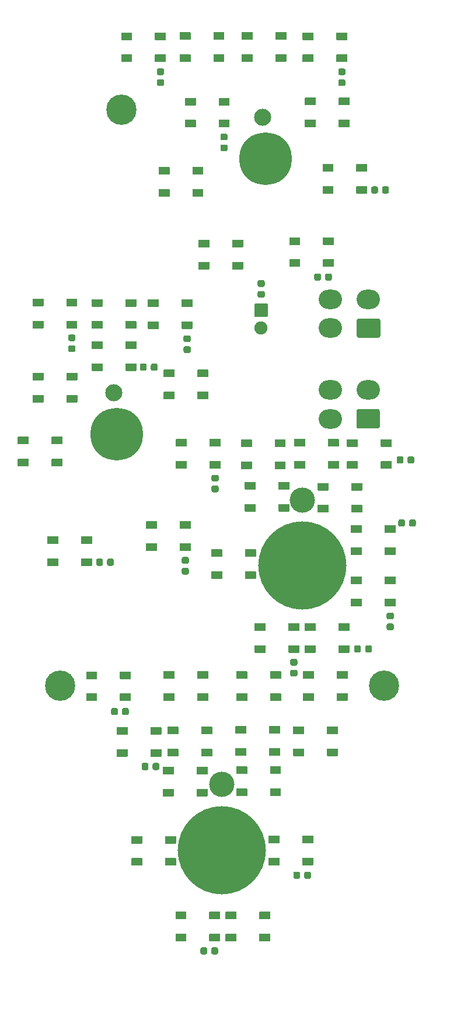
<source format=gbr>
%TF.GenerationSoftware,KiCad,Pcbnew,(5.1.10)-1*%
%TF.CreationDate,2021-11-16T17:25:10+11:00*%
%TF.ProjectId,EXT LT Panel PCB V2,45585420-4c54-4205-9061-6e656c205043,rev?*%
%TF.SameCoordinates,Original*%
%TF.FileFunction,Soldermask,Top*%
%TF.FilePolarity,Negative*%
%FSLAX46Y46*%
G04 Gerber Fmt 4.6, Leading zero omitted, Abs format (unit mm)*
G04 Created by KiCad (PCBNEW (5.1.10)-1) date 2021-11-16 17:25:10*
%MOMM*%
%LPD*%
G01*
G04 APERTURE LIST*
%ADD10O,3.400000X2.800000*%
%ADD11C,12.800000*%
%ADD12C,3.672000*%
%ADD13C,4.400000*%
%ADD14C,7.640752*%
%ADD15C,2.481250*%
%ADD16C,1.900000*%
G04 APERTURE END LIST*
D10*
%TO.C,J2*%
X138434000Y-80760500D03*
X138434000Y-84960500D03*
X143934000Y-80760500D03*
G36*
G01*
X145374740Y-86360500D02*
X142493260Y-86360500D01*
G75*
G02*
X142234000Y-86101240I0J259260D01*
G01*
X142234000Y-83819760D01*
G75*
G02*
X142493260Y-83560500I259260J0D01*
G01*
X145374740Y-83560500D01*
G75*
G02*
X145634000Y-83819760I0J-259260D01*
G01*
X145634000Y-86101240D01*
G75*
G02*
X145374740Y-86360500I-259260J0D01*
G01*
G37*
%TD*%
%TO.C,J1*%
X138503000Y-67608300D03*
X138503000Y-71808300D03*
X144003000Y-67608300D03*
G36*
G01*
X145443740Y-73208300D02*
X142562260Y-73208300D01*
G75*
G02*
X142303000Y-72949040I0J259260D01*
G01*
X142303000Y-70667560D01*
G75*
G02*
X142562260Y-70408300I259260J0D01*
G01*
X145443740Y-70408300D01*
G75*
G02*
X145703000Y-70667560I0J-259260D01*
G01*
X145703000Y-72949040D01*
G75*
G02*
X145443740Y-73208300I-259260J0D01*
G01*
G37*
%TD*%
D11*
%TO.C,3*%
X134410400Y-106248200D03*
X134410400Y-106248200D03*
D12*
X134410400Y-96723200D03*
%TD*%
D13*
%TO.C,5*%
X108121400Y-40081200D03*
%TD*%
%TO.C,6*%
X99231400Y-123710700D03*
%TD*%
%TO.C,7*%
X146221400Y-123710700D03*
%TD*%
D14*
%TO.C,1*%
X129076400Y-47193200D03*
D15*
X128657861Y-41207816D03*
D14*
X129076400Y-47193200D03*
%TD*%
%TO.C,2*%
X107486400Y-87198200D03*
D15*
X107067861Y-81212816D03*
D14*
X107486400Y-87198200D03*
%TD*%
D12*
%TO.C,4*%
X122726400Y-137998200D03*
D11*
X122726400Y-147523200D03*
X122726400Y-147523200D03*
%TD*%
%TO.C,R1*%
G36*
G01*
X128703250Y-65821200D02*
X128140750Y-65821200D01*
G75*
G02*
X127897000Y-65577450I0J243750D01*
G01*
X127897000Y-65089950D01*
G75*
G02*
X128140750Y-64846200I243750J0D01*
G01*
X128703250Y-64846200D01*
G75*
G02*
X128947000Y-65089950I0J-243750D01*
G01*
X128947000Y-65577450D01*
G75*
G02*
X128703250Y-65821200I-243750J0D01*
G01*
G37*
G36*
G01*
X128703250Y-67396200D02*
X128140750Y-67396200D01*
G75*
G02*
X127897000Y-67152450I0J243750D01*
G01*
X127897000Y-66664950D01*
G75*
G02*
X128140750Y-66421200I243750J0D01*
G01*
X128703250Y-66421200D01*
G75*
G02*
X128947000Y-66664950I0J-243750D01*
G01*
X128947000Y-67152450D01*
G75*
G02*
X128703250Y-67396200I-243750J0D01*
G01*
G37*
%TD*%
%TO.C,C21*%
G36*
G01*
X134676000Y-151459250D02*
X134676000Y-150896750D01*
G75*
G02*
X134919750Y-150653000I243750J0D01*
G01*
X135407250Y-150653000D01*
G75*
G02*
X135651000Y-150896750I0J-243750D01*
G01*
X135651000Y-151459250D01*
G75*
G02*
X135407250Y-151703000I-243750J0D01*
G01*
X134919750Y-151703000D01*
G75*
G02*
X134676000Y-151459250I0J243750D01*
G01*
G37*
G36*
G01*
X133101000Y-151459250D02*
X133101000Y-150896750D01*
G75*
G02*
X133344750Y-150653000I243750J0D01*
G01*
X133832250Y-150653000D01*
G75*
G02*
X134076000Y-150896750I0J-243750D01*
G01*
X134076000Y-151459250D01*
G75*
G02*
X133832250Y-151703000I-243750J0D01*
G01*
X133344750Y-151703000D01*
G75*
G02*
X133101000Y-151459250I0J243750D01*
G01*
G37*
%TD*%
%TO.C,C20*%
G36*
G01*
X121194000Y-162445250D02*
X121194000Y-161882750D01*
G75*
G02*
X121437750Y-161639000I243750J0D01*
G01*
X121925250Y-161639000D01*
G75*
G02*
X122169000Y-161882750I0J-243750D01*
G01*
X122169000Y-162445250D01*
G75*
G02*
X121925250Y-162689000I-243750J0D01*
G01*
X121437750Y-162689000D01*
G75*
G02*
X121194000Y-162445250I0J243750D01*
G01*
G37*
G36*
G01*
X119619000Y-162445250D02*
X119619000Y-161882750D01*
G75*
G02*
X119862750Y-161639000I243750J0D01*
G01*
X120350250Y-161639000D01*
G75*
G02*
X120594000Y-161882750I0J-243750D01*
G01*
X120594000Y-162445250D01*
G75*
G02*
X120350250Y-162689000I-243750J0D01*
G01*
X119862750Y-162689000D01*
G75*
G02*
X119619000Y-162445250I0J243750D01*
G01*
G37*
%TD*%
%TO.C,C19*%
G36*
G01*
X112670000Y-135693250D02*
X112670000Y-135130750D01*
G75*
G02*
X112913750Y-134887000I243750J0D01*
G01*
X113401250Y-134887000D01*
G75*
G02*
X113645000Y-135130750I0J-243750D01*
G01*
X113645000Y-135693250D01*
G75*
G02*
X113401250Y-135937000I-243750J0D01*
G01*
X112913750Y-135937000D01*
G75*
G02*
X112670000Y-135693250I0J243750D01*
G01*
G37*
G36*
G01*
X111095000Y-135693250D02*
X111095000Y-135130750D01*
G75*
G02*
X111338750Y-134887000I243750J0D01*
G01*
X111826250Y-134887000D01*
G75*
G02*
X112070000Y-135130750I0J-243750D01*
G01*
X112070000Y-135693250D01*
G75*
G02*
X111826250Y-135937000I-243750J0D01*
G01*
X111338750Y-135937000D01*
G75*
G02*
X111095000Y-135693250I0J243750D01*
G01*
G37*
%TD*%
%TO.C,C18*%
G36*
G01*
X108242000Y-127708250D02*
X108242000Y-127145750D01*
G75*
G02*
X108485750Y-126902000I243750J0D01*
G01*
X108973250Y-126902000D01*
G75*
G02*
X109217000Y-127145750I0J-243750D01*
G01*
X109217000Y-127708250D01*
G75*
G02*
X108973250Y-127952000I-243750J0D01*
G01*
X108485750Y-127952000D01*
G75*
G02*
X108242000Y-127708250I0J243750D01*
G01*
G37*
G36*
G01*
X106667000Y-127708250D02*
X106667000Y-127145750D01*
G75*
G02*
X106910750Y-126902000I243750J0D01*
G01*
X107398250Y-126902000D01*
G75*
G02*
X107642000Y-127145750I0J-243750D01*
G01*
X107642000Y-127708250D01*
G75*
G02*
X107398250Y-127952000I-243750J0D01*
G01*
X106910750Y-127952000D01*
G75*
G02*
X106667000Y-127708250I0J243750D01*
G01*
G37*
%TD*%
%TO.C,C17*%
G36*
G01*
X133446250Y-120772000D02*
X132883750Y-120772000D01*
G75*
G02*
X132640000Y-120528250I0J243750D01*
G01*
X132640000Y-120040750D01*
G75*
G02*
X132883750Y-119797000I243750J0D01*
G01*
X133446250Y-119797000D01*
G75*
G02*
X133690000Y-120040750I0J-243750D01*
G01*
X133690000Y-120528250D01*
G75*
G02*
X133446250Y-120772000I-243750J0D01*
G01*
G37*
G36*
G01*
X133446250Y-122347000D02*
X132883750Y-122347000D01*
G75*
G02*
X132640000Y-122103250I0J243750D01*
G01*
X132640000Y-121615750D01*
G75*
G02*
X132883750Y-121372000I243750J0D01*
G01*
X133446250Y-121372000D01*
G75*
G02*
X133690000Y-121615750I0J-243750D01*
G01*
X133690000Y-122103250D01*
G75*
G02*
X133446250Y-122347000I-243750J0D01*
G01*
G37*
%TD*%
%TO.C,C22*%
G36*
G01*
X147428250Y-114064000D02*
X146865750Y-114064000D01*
G75*
G02*
X146622000Y-113820250I0J243750D01*
G01*
X146622000Y-113332750D01*
G75*
G02*
X146865750Y-113089000I243750J0D01*
G01*
X147428250Y-113089000D01*
G75*
G02*
X147672000Y-113332750I0J-243750D01*
G01*
X147672000Y-113820250D01*
G75*
G02*
X147428250Y-114064000I-243750J0D01*
G01*
G37*
G36*
G01*
X147428250Y-115639000D02*
X146865750Y-115639000D01*
G75*
G02*
X146622000Y-115395250I0J243750D01*
G01*
X146622000Y-114907750D01*
G75*
G02*
X146865750Y-114664000I243750J0D01*
G01*
X147428250Y-114664000D01*
G75*
G02*
X147672000Y-114907750I0J-243750D01*
G01*
X147672000Y-115395250D01*
G75*
G02*
X147428250Y-115639000I-243750J0D01*
G01*
G37*
%TD*%
%TO.C,C15*%
G36*
G01*
X142903000Y-118077750D02*
X142903000Y-118640250D01*
G75*
G02*
X142659250Y-118884000I-243750J0D01*
G01*
X142171750Y-118884000D01*
G75*
G02*
X141928000Y-118640250I0J243750D01*
G01*
X141928000Y-118077750D01*
G75*
G02*
X142171750Y-117834000I243750J0D01*
G01*
X142659250Y-117834000D01*
G75*
G02*
X142903000Y-118077750I0J-243750D01*
G01*
G37*
G36*
G01*
X144478000Y-118077750D02*
X144478000Y-118640250D01*
G75*
G02*
X144234250Y-118884000I-243750J0D01*
G01*
X143746750Y-118884000D01*
G75*
G02*
X143503000Y-118640250I0J243750D01*
G01*
X143503000Y-118077750D01*
G75*
G02*
X143746750Y-117834000I243750J0D01*
G01*
X144234250Y-117834000D01*
G75*
G02*
X144478000Y-118077750I0J-243750D01*
G01*
G37*
%TD*%
%TO.C,C14*%
G36*
G01*
X149891000Y-100357250D02*
X149891000Y-99794750D01*
G75*
G02*
X150134750Y-99551000I243750J0D01*
G01*
X150622250Y-99551000D01*
G75*
G02*
X150866000Y-99794750I0J-243750D01*
G01*
X150866000Y-100357250D01*
G75*
G02*
X150622250Y-100601000I-243750J0D01*
G01*
X150134750Y-100601000D01*
G75*
G02*
X149891000Y-100357250I0J243750D01*
G01*
G37*
G36*
G01*
X148316000Y-100357250D02*
X148316000Y-99794750D01*
G75*
G02*
X148559750Y-99551000I243750J0D01*
G01*
X149047250Y-99551000D01*
G75*
G02*
X149291000Y-99794750I0J-243750D01*
G01*
X149291000Y-100357250D01*
G75*
G02*
X149047250Y-100601000I-243750J0D01*
G01*
X148559750Y-100601000D01*
G75*
G02*
X148316000Y-100357250I0J243750D01*
G01*
G37*
%TD*%
%TO.C,C13*%
G36*
G01*
X149052000Y-90650750D02*
X149052000Y-91213250D01*
G75*
G02*
X148808250Y-91457000I-243750J0D01*
G01*
X148320750Y-91457000D01*
G75*
G02*
X148077000Y-91213250I0J243750D01*
G01*
X148077000Y-90650750D01*
G75*
G02*
X148320750Y-90407000I243750J0D01*
G01*
X148808250Y-90407000D01*
G75*
G02*
X149052000Y-90650750I0J-243750D01*
G01*
G37*
G36*
G01*
X150627000Y-90650750D02*
X150627000Y-91213250D01*
G75*
G02*
X150383250Y-91457000I-243750J0D01*
G01*
X149895750Y-91457000D01*
G75*
G02*
X149652000Y-91213250I0J243750D01*
G01*
X149652000Y-90650750D01*
G75*
G02*
X149895750Y-90407000I243750J0D01*
G01*
X150383250Y-90407000D01*
G75*
G02*
X150627000Y-90650750I0J-243750D01*
G01*
G37*
%TD*%
%TO.C,C12*%
G36*
G01*
X122016250Y-94056000D02*
X121453750Y-94056000D01*
G75*
G02*
X121210000Y-93812250I0J243750D01*
G01*
X121210000Y-93324750D01*
G75*
G02*
X121453750Y-93081000I243750J0D01*
G01*
X122016250Y-93081000D01*
G75*
G02*
X122260000Y-93324750I0J-243750D01*
G01*
X122260000Y-93812250D01*
G75*
G02*
X122016250Y-94056000I-243750J0D01*
G01*
G37*
G36*
G01*
X122016250Y-95631000D02*
X121453750Y-95631000D01*
G75*
G02*
X121210000Y-95387250I0J243750D01*
G01*
X121210000Y-94899750D01*
G75*
G02*
X121453750Y-94656000I243750J0D01*
G01*
X122016250Y-94656000D01*
G75*
G02*
X122260000Y-94899750I0J-243750D01*
G01*
X122260000Y-95387250D01*
G75*
G02*
X122016250Y-95631000I-243750J0D01*
G01*
G37*
%TD*%
%TO.C,C11*%
G36*
G01*
X105466000Y-105489750D02*
X105466000Y-106052250D01*
G75*
G02*
X105222250Y-106296000I-243750J0D01*
G01*
X104734750Y-106296000D01*
G75*
G02*
X104491000Y-106052250I0J243750D01*
G01*
X104491000Y-105489750D01*
G75*
G02*
X104734750Y-105246000I243750J0D01*
G01*
X105222250Y-105246000D01*
G75*
G02*
X105466000Y-105489750I0J-243750D01*
G01*
G37*
G36*
G01*
X107041000Y-105489750D02*
X107041000Y-106052250D01*
G75*
G02*
X106797250Y-106296000I-243750J0D01*
G01*
X106309750Y-106296000D01*
G75*
G02*
X106066000Y-106052250I0J243750D01*
G01*
X106066000Y-105489750D01*
G75*
G02*
X106309750Y-105246000I243750J0D01*
G01*
X106797250Y-105246000D01*
G75*
G02*
X107041000Y-105489750I0J-243750D01*
G01*
G37*
%TD*%
%TO.C,C10*%
G36*
G01*
X117700250Y-105991000D02*
X117137750Y-105991000D01*
G75*
G02*
X116894000Y-105747250I0J243750D01*
G01*
X116894000Y-105259750D01*
G75*
G02*
X117137750Y-105016000I243750J0D01*
G01*
X117700250Y-105016000D01*
G75*
G02*
X117944000Y-105259750I0J-243750D01*
G01*
X117944000Y-105747250D01*
G75*
G02*
X117700250Y-105991000I-243750J0D01*
G01*
G37*
G36*
G01*
X117700250Y-107566000D02*
X117137750Y-107566000D01*
G75*
G02*
X116894000Y-107322250I0J243750D01*
G01*
X116894000Y-106834750D01*
G75*
G02*
X117137750Y-106591000I243750J0D01*
G01*
X117700250Y-106591000D01*
G75*
G02*
X117944000Y-106834750I0J-243750D01*
G01*
X117944000Y-107322250D01*
G75*
G02*
X117700250Y-107566000I-243750J0D01*
G01*
G37*
%TD*%
%TO.C,C9*%
G36*
G01*
X101238250Y-73697700D02*
X100675750Y-73697700D01*
G75*
G02*
X100432000Y-73453950I0J243750D01*
G01*
X100432000Y-72966450D01*
G75*
G02*
X100675750Y-72722700I243750J0D01*
G01*
X101238250Y-72722700D01*
G75*
G02*
X101482000Y-72966450I0J-243750D01*
G01*
X101482000Y-73453950D01*
G75*
G02*
X101238250Y-73697700I-243750J0D01*
G01*
G37*
G36*
G01*
X101238250Y-75272700D02*
X100675750Y-75272700D01*
G75*
G02*
X100432000Y-75028950I0J243750D01*
G01*
X100432000Y-74541450D01*
G75*
G02*
X100675750Y-74297700I243750J0D01*
G01*
X101238250Y-74297700D01*
G75*
G02*
X101482000Y-74541450I0J-243750D01*
G01*
X101482000Y-75028950D01*
G75*
G02*
X101238250Y-75272700I-243750J0D01*
G01*
G37*
%TD*%
%TO.C,C8*%
G36*
G01*
X111823000Y-77186250D02*
X111823000Y-77748750D01*
G75*
G02*
X111579250Y-77992500I-243750J0D01*
G01*
X111091750Y-77992500D01*
G75*
G02*
X110848000Y-77748750I0J243750D01*
G01*
X110848000Y-77186250D01*
G75*
G02*
X111091750Y-76942500I243750J0D01*
G01*
X111579250Y-76942500D01*
G75*
G02*
X111823000Y-77186250I0J-243750D01*
G01*
G37*
G36*
G01*
X113398000Y-77186250D02*
X113398000Y-77748750D01*
G75*
G02*
X113154250Y-77992500I-243750J0D01*
G01*
X112666750Y-77992500D01*
G75*
G02*
X112423000Y-77748750I0J243750D01*
G01*
X112423000Y-77186250D01*
G75*
G02*
X112666750Y-76942500I243750J0D01*
G01*
X113154250Y-76942500D01*
G75*
G02*
X113398000Y-77186250I0J-243750D01*
G01*
G37*
%TD*%
%TO.C,C7*%
G36*
G01*
X140420250Y-35115300D02*
X139857750Y-35115300D01*
G75*
G02*
X139614000Y-34871550I0J243750D01*
G01*
X139614000Y-34384050D01*
G75*
G02*
X139857750Y-34140300I243750J0D01*
G01*
X140420250Y-34140300D01*
G75*
G02*
X140664000Y-34384050I0J-243750D01*
G01*
X140664000Y-34871550D01*
G75*
G02*
X140420250Y-35115300I-243750J0D01*
G01*
G37*
G36*
G01*
X140420250Y-36690300D02*
X139857750Y-36690300D01*
G75*
G02*
X139614000Y-36446550I0J243750D01*
G01*
X139614000Y-35959050D01*
G75*
G02*
X139857750Y-35715300I243750J0D01*
G01*
X140420250Y-35715300D01*
G75*
G02*
X140664000Y-35959050I0J-243750D01*
G01*
X140664000Y-36446550D01*
G75*
G02*
X140420250Y-36690300I-243750J0D01*
G01*
G37*
%TD*%
%TO.C,C6*%
G36*
G01*
X117967250Y-73837500D02*
X117404750Y-73837500D01*
G75*
G02*
X117161000Y-73593750I0J243750D01*
G01*
X117161000Y-73106250D01*
G75*
G02*
X117404750Y-72862500I243750J0D01*
G01*
X117967250Y-72862500D01*
G75*
G02*
X118211000Y-73106250I0J-243750D01*
G01*
X118211000Y-73593750D01*
G75*
G02*
X117967250Y-73837500I-243750J0D01*
G01*
G37*
G36*
G01*
X117967250Y-75412500D02*
X117404750Y-75412500D01*
G75*
G02*
X117161000Y-75168750I0J243750D01*
G01*
X117161000Y-74681250D01*
G75*
G02*
X117404750Y-74437500I243750J0D01*
G01*
X117967250Y-74437500D01*
G75*
G02*
X118211000Y-74681250I0J-243750D01*
G01*
X118211000Y-75168750D01*
G75*
G02*
X117967250Y-75412500I-243750J0D01*
G01*
G37*
%TD*%
%TO.C,C5*%
G36*
G01*
X137704000Y-64677850D02*
X137704000Y-64115350D01*
G75*
G02*
X137947750Y-63871600I243750J0D01*
G01*
X138435250Y-63871600D01*
G75*
G02*
X138679000Y-64115350I0J-243750D01*
G01*
X138679000Y-64677850D01*
G75*
G02*
X138435250Y-64921600I-243750J0D01*
G01*
X137947750Y-64921600D01*
G75*
G02*
X137704000Y-64677850I0J243750D01*
G01*
G37*
G36*
G01*
X136129000Y-64677850D02*
X136129000Y-64115350D01*
G75*
G02*
X136372750Y-63871600I243750J0D01*
G01*
X136860250Y-63871600D01*
G75*
G02*
X137104000Y-64115350I0J-243750D01*
G01*
X137104000Y-64677850D01*
G75*
G02*
X136860250Y-64921600I-243750J0D01*
G01*
X136372750Y-64921600D01*
G75*
G02*
X136129000Y-64677850I0J243750D01*
G01*
G37*
%TD*%
%TO.C,C4*%
G36*
G01*
X145374000Y-51483950D02*
X145374000Y-52046450D01*
G75*
G02*
X145130250Y-52290200I-243750J0D01*
G01*
X144642750Y-52290200D01*
G75*
G02*
X144399000Y-52046450I0J243750D01*
G01*
X144399000Y-51483950D01*
G75*
G02*
X144642750Y-51240200I243750J0D01*
G01*
X145130250Y-51240200D01*
G75*
G02*
X145374000Y-51483950I0J-243750D01*
G01*
G37*
G36*
G01*
X146949000Y-51483950D02*
X146949000Y-52046450D01*
G75*
G02*
X146705250Y-52290200I-243750J0D01*
G01*
X146217750Y-52290200D01*
G75*
G02*
X145974000Y-52046450I0J243750D01*
G01*
X145974000Y-51483950D01*
G75*
G02*
X146217750Y-51240200I243750J0D01*
G01*
X146705250Y-51240200D01*
G75*
G02*
X146949000Y-51483950I0J-243750D01*
G01*
G37*
%TD*%
%TO.C,C3*%
G36*
G01*
X123319250Y-44563900D02*
X122756750Y-44563900D01*
G75*
G02*
X122513000Y-44320150I0J243750D01*
G01*
X122513000Y-43832650D01*
G75*
G02*
X122756750Y-43588900I243750J0D01*
G01*
X123319250Y-43588900D01*
G75*
G02*
X123563000Y-43832650I0J-243750D01*
G01*
X123563000Y-44320150D01*
G75*
G02*
X123319250Y-44563900I-243750J0D01*
G01*
G37*
G36*
G01*
X123319250Y-46138900D02*
X122756750Y-46138900D01*
G75*
G02*
X122513000Y-45895150I0J243750D01*
G01*
X122513000Y-45407650D01*
G75*
G02*
X122756750Y-45163900I243750J0D01*
G01*
X123319250Y-45163900D01*
G75*
G02*
X123563000Y-45407650I0J-243750D01*
G01*
X123563000Y-45895150D01*
G75*
G02*
X123319250Y-46138900I-243750J0D01*
G01*
G37*
%TD*%
%TO.C,C2*%
G36*
G01*
X114101250Y-35095000D02*
X113538750Y-35095000D01*
G75*
G02*
X113295000Y-34851250I0J243750D01*
G01*
X113295000Y-34363750D01*
G75*
G02*
X113538750Y-34120000I243750J0D01*
G01*
X114101250Y-34120000D01*
G75*
G02*
X114345000Y-34363750I0J-243750D01*
G01*
X114345000Y-34851250D01*
G75*
G02*
X114101250Y-35095000I-243750J0D01*
G01*
G37*
G36*
G01*
X114101250Y-36670000D02*
X113538750Y-36670000D01*
G75*
G02*
X113295000Y-36426250I0J243750D01*
G01*
X113295000Y-35938750D01*
G75*
G02*
X113538750Y-35695000I243750J0D01*
G01*
X114101250Y-35695000D01*
G75*
G02*
X114345000Y-35938750I0J-243750D01*
G01*
X114345000Y-36426250D01*
G75*
G02*
X114101250Y-36670000I-243750J0D01*
G01*
G37*
%TD*%
D16*
%TO.C,D45*%
X128422000Y-71752500D03*
G36*
G01*
X127522000Y-68262500D02*
X129322000Y-68262500D01*
G75*
G02*
X129372000Y-68312500I0J-50000D01*
G01*
X129372000Y-70112500D01*
G75*
G02*
X129322000Y-70162500I-50000J0D01*
G01*
X127522000Y-70162500D01*
G75*
G02*
X127472000Y-70112500I0J50000D01*
G01*
X127472000Y-68312500D01*
G75*
G02*
X127522000Y-68262500I50000J0D01*
G01*
G37*
%TD*%
%TO.C,D14*%
G36*
G01*
X103848000Y-74769600D02*
X103848000Y-73769600D01*
G75*
G02*
X103898000Y-73719600I50000J0D01*
G01*
X105398000Y-73719600D01*
G75*
G02*
X105448000Y-73769600I0J-50000D01*
G01*
X105448000Y-74769600D01*
G75*
G02*
X105398000Y-74819600I-50000J0D01*
G01*
X103898000Y-74819600D01*
G75*
G02*
X103848000Y-74769600I0J50000D01*
G01*
G37*
G36*
G01*
X103848000Y-77969600D02*
X103848000Y-76969600D01*
G75*
G02*
X103898000Y-76919600I50000J0D01*
G01*
X105398000Y-76919600D01*
G75*
G02*
X105448000Y-76969600I0J-50000D01*
G01*
X105448000Y-77969600D01*
G75*
G02*
X105398000Y-78019600I-50000J0D01*
G01*
X103898000Y-78019600D01*
G75*
G02*
X103848000Y-77969600I0J50000D01*
G01*
G37*
G36*
G01*
X108748000Y-74769600D02*
X108748000Y-73769600D01*
G75*
G02*
X108798000Y-73719600I50000J0D01*
G01*
X110298000Y-73719600D01*
G75*
G02*
X110348000Y-73769600I0J-50000D01*
G01*
X110348000Y-74769600D01*
G75*
G02*
X110298000Y-74819600I-50000J0D01*
G01*
X108798000Y-74819600D01*
G75*
G02*
X108748000Y-74769600I0J50000D01*
G01*
G37*
G36*
G01*
X108748000Y-77969600D02*
X108748000Y-76969600D01*
G75*
G02*
X108798000Y-76919600I50000J0D01*
G01*
X110298000Y-76919600D01*
G75*
G02*
X110348000Y-76969600I0J-50000D01*
G01*
X110348000Y-77969600D01*
G75*
G02*
X110298000Y-78019600I-50000J0D01*
G01*
X108798000Y-78019600D01*
G75*
G02*
X108748000Y-77969600I0J50000D01*
G01*
G37*
%TD*%
%TO.C,D40*%
G36*
G01*
X129479000Y-146499000D02*
X129479000Y-145499000D01*
G75*
G02*
X129529000Y-145449000I50000J0D01*
G01*
X131029000Y-145449000D01*
G75*
G02*
X131079000Y-145499000I0J-50000D01*
G01*
X131079000Y-146499000D01*
G75*
G02*
X131029000Y-146549000I-50000J0D01*
G01*
X129529000Y-146549000D01*
G75*
G02*
X129479000Y-146499000I0J50000D01*
G01*
G37*
G36*
G01*
X129479000Y-149699000D02*
X129479000Y-148699000D01*
G75*
G02*
X129529000Y-148649000I50000J0D01*
G01*
X131029000Y-148649000D01*
G75*
G02*
X131079000Y-148699000I0J-50000D01*
G01*
X131079000Y-149699000D01*
G75*
G02*
X131029000Y-149749000I-50000J0D01*
G01*
X129529000Y-149749000D01*
G75*
G02*
X129479000Y-149699000I0J50000D01*
G01*
G37*
G36*
G01*
X134379000Y-146499000D02*
X134379000Y-145499000D01*
G75*
G02*
X134429000Y-145449000I50000J0D01*
G01*
X135929000Y-145449000D01*
G75*
G02*
X135979000Y-145499000I0J-50000D01*
G01*
X135979000Y-146499000D01*
G75*
G02*
X135929000Y-146549000I-50000J0D01*
G01*
X134429000Y-146549000D01*
G75*
G02*
X134379000Y-146499000I0J50000D01*
G01*
G37*
G36*
G01*
X134379000Y-149699000D02*
X134379000Y-148699000D01*
G75*
G02*
X134429000Y-148649000I50000J0D01*
G01*
X135929000Y-148649000D01*
G75*
G02*
X135979000Y-148699000I0J-50000D01*
G01*
X135979000Y-149699000D01*
G75*
G02*
X135929000Y-149749000I-50000J0D01*
G01*
X134429000Y-149749000D01*
G75*
G02*
X134379000Y-149699000I0J50000D01*
G01*
G37*
%TD*%
%TO.C,D44*%
G36*
G01*
X114160000Y-136492000D02*
X114160000Y-135492000D01*
G75*
G02*
X114210000Y-135442000I50000J0D01*
G01*
X115710000Y-135442000D01*
G75*
G02*
X115760000Y-135492000I0J-50000D01*
G01*
X115760000Y-136492000D01*
G75*
G02*
X115710000Y-136542000I-50000J0D01*
G01*
X114210000Y-136542000D01*
G75*
G02*
X114160000Y-136492000I0J50000D01*
G01*
G37*
G36*
G01*
X114160000Y-139692000D02*
X114160000Y-138692000D01*
G75*
G02*
X114210000Y-138642000I50000J0D01*
G01*
X115710000Y-138642000D01*
G75*
G02*
X115760000Y-138692000I0J-50000D01*
G01*
X115760000Y-139692000D01*
G75*
G02*
X115710000Y-139742000I-50000J0D01*
G01*
X114210000Y-139742000D01*
G75*
G02*
X114160000Y-139692000I0J50000D01*
G01*
G37*
G36*
G01*
X119060000Y-136492000D02*
X119060000Y-135492000D01*
G75*
G02*
X119110000Y-135442000I50000J0D01*
G01*
X120610000Y-135442000D01*
G75*
G02*
X120660000Y-135492000I0J-50000D01*
G01*
X120660000Y-136492000D01*
G75*
G02*
X120610000Y-136542000I-50000J0D01*
G01*
X119110000Y-136542000D01*
G75*
G02*
X119060000Y-136492000I0J50000D01*
G01*
G37*
G36*
G01*
X119060000Y-139692000D02*
X119060000Y-138692000D01*
G75*
G02*
X119110000Y-138642000I50000J0D01*
G01*
X120610000Y-138642000D01*
G75*
G02*
X120660000Y-138692000I0J-50000D01*
G01*
X120660000Y-139692000D01*
G75*
G02*
X120610000Y-139742000I-50000J0D01*
G01*
X119110000Y-139742000D01*
G75*
G02*
X119060000Y-139692000I0J50000D01*
G01*
G37*
%TD*%
%TO.C,D43*%
G36*
G01*
X109588000Y-146550000D02*
X109588000Y-145550000D01*
G75*
G02*
X109638000Y-145500000I50000J0D01*
G01*
X111138000Y-145500000D01*
G75*
G02*
X111188000Y-145550000I0J-50000D01*
G01*
X111188000Y-146550000D01*
G75*
G02*
X111138000Y-146600000I-50000J0D01*
G01*
X109638000Y-146600000D01*
G75*
G02*
X109588000Y-146550000I0J50000D01*
G01*
G37*
G36*
G01*
X109588000Y-149750000D02*
X109588000Y-148750000D01*
G75*
G02*
X109638000Y-148700000I50000J0D01*
G01*
X111138000Y-148700000D01*
G75*
G02*
X111188000Y-148750000I0J-50000D01*
G01*
X111188000Y-149750000D01*
G75*
G02*
X111138000Y-149800000I-50000J0D01*
G01*
X109638000Y-149800000D01*
G75*
G02*
X109588000Y-149750000I0J50000D01*
G01*
G37*
G36*
G01*
X114488000Y-146550000D02*
X114488000Y-145550000D01*
G75*
G02*
X114538000Y-145500000I50000J0D01*
G01*
X116038000Y-145500000D01*
G75*
G02*
X116088000Y-145550000I0J-50000D01*
G01*
X116088000Y-146550000D01*
G75*
G02*
X116038000Y-146600000I-50000J0D01*
G01*
X114538000Y-146600000D01*
G75*
G02*
X114488000Y-146550000I0J50000D01*
G01*
G37*
G36*
G01*
X114488000Y-149750000D02*
X114488000Y-148750000D01*
G75*
G02*
X114538000Y-148700000I50000J0D01*
G01*
X116038000Y-148700000D01*
G75*
G02*
X116088000Y-148750000I0J-50000D01*
G01*
X116088000Y-149750000D01*
G75*
G02*
X116038000Y-149800000I-50000J0D01*
G01*
X114538000Y-149800000D01*
G75*
G02*
X114488000Y-149750000I0J50000D01*
G01*
G37*
%TD*%
%TO.C,D42*%
G36*
G01*
X115989000Y-157523000D02*
X115989000Y-156523000D01*
G75*
G02*
X116039000Y-156473000I50000J0D01*
G01*
X117539000Y-156473000D01*
G75*
G02*
X117589000Y-156523000I0J-50000D01*
G01*
X117589000Y-157523000D01*
G75*
G02*
X117539000Y-157573000I-50000J0D01*
G01*
X116039000Y-157573000D01*
G75*
G02*
X115989000Y-157523000I0J50000D01*
G01*
G37*
G36*
G01*
X115989000Y-160723000D02*
X115989000Y-159723000D01*
G75*
G02*
X116039000Y-159673000I50000J0D01*
G01*
X117539000Y-159673000D01*
G75*
G02*
X117589000Y-159723000I0J-50000D01*
G01*
X117589000Y-160723000D01*
G75*
G02*
X117539000Y-160773000I-50000J0D01*
G01*
X116039000Y-160773000D01*
G75*
G02*
X115989000Y-160723000I0J50000D01*
G01*
G37*
G36*
G01*
X120889000Y-157523000D02*
X120889000Y-156523000D01*
G75*
G02*
X120939000Y-156473000I50000J0D01*
G01*
X122439000Y-156473000D01*
G75*
G02*
X122489000Y-156523000I0J-50000D01*
G01*
X122489000Y-157523000D01*
G75*
G02*
X122439000Y-157573000I-50000J0D01*
G01*
X120939000Y-157573000D01*
G75*
G02*
X120889000Y-157523000I0J50000D01*
G01*
G37*
G36*
G01*
X120889000Y-160723000D02*
X120889000Y-159723000D01*
G75*
G02*
X120939000Y-159673000I50000J0D01*
G01*
X122439000Y-159673000D01*
G75*
G02*
X122489000Y-159723000I0J-50000D01*
G01*
X122489000Y-160723000D01*
G75*
G02*
X122439000Y-160773000I-50000J0D01*
G01*
X120939000Y-160773000D01*
G75*
G02*
X120889000Y-160723000I0J50000D01*
G01*
G37*
%TD*%
%TO.C,D41*%
G36*
G01*
X123254000Y-157523000D02*
X123254000Y-156523000D01*
G75*
G02*
X123304000Y-156473000I50000J0D01*
G01*
X124804000Y-156473000D01*
G75*
G02*
X124854000Y-156523000I0J-50000D01*
G01*
X124854000Y-157523000D01*
G75*
G02*
X124804000Y-157573000I-50000J0D01*
G01*
X123304000Y-157573000D01*
G75*
G02*
X123254000Y-157523000I0J50000D01*
G01*
G37*
G36*
G01*
X123254000Y-160723000D02*
X123254000Y-159723000D01*
G75*
G02*
X123304000Y-159673000I50000J0D01*
G01*
X124804000Y-159673000D01*
G75*
G02*
X124854000Y-159723000I0J-50000D01*
G01*
X124854000Y-160723000D01*
G75*
G02*
X124804000Y-160773000I-50000J0D01*
G01*
X123304000Y-160773000D01*
G75*
G02*
X123254000Y-160723000I0J50000D01*
G01*
G37*
G36*
G01*
X128154000Y-157523000D02*
X128154000Y-156523000D01*
G75*
G02*
X128204000Y-156473000I50000J0D01*
G01*
X129704000Y-156473000D01*
G75*
G02*
X129754000Y-156523000I0J-50000D01*
G01*
X129754000Y-157523000D01*
G75*
G02*
X129704000Y-157573000I-50000J0D01*
G01*
X128204000Y-157573000D01*
G75*
G02*
X128154000Y-157523000I0J50000D01*
G01*
G37*
G36*
G01*
X128154000Y-160723000D02*
X128154000Y-159723000D01*
G75*
G02*
X128204000Y-159673000I50000J0D01*
G01*
X129704000Y-159673000D01*
G75*
G02*
X129754000Y-159723000I0J-50000D01*
G01*
X129754000Y-160723000D01*
G75*
G02*
X129704000Y-160773000I-50000J0D01*
G01*
X128204000Y-160773000D01*
G75*
G02*
X128154000Y-160723000I0J50000D01*
G01*
G37*
%TD*%
%TO.C,D39*%
G36*
G01*
X124805000Y-136441000D02*
X124805000Y-135441000D01*
G75*
G02*
X124855000Y-135391000I50000J0D01*
G01*
X126355000Y-135391000D01*
G75*
G02*
X126405000Y-135441000I0J-50000D01*
G01*
X126405000Y-136441000D01*
G75*
G02*
X126355000Y-136491000I-50000J0D01*
G01*
X124855000Y-136491000D01*
G75*
G02*
X124805000Y-136441000I0J50000D01*
G01*
G37*
G36*
G01*
X124805000Y-139641000D02*
X124805000Y-138641000D01*
G75*
G02*
X124855000Y-138591000I50000J0D01*
G01*
X126355000Y-138591000D01*
G75*
G02*
X126405000Y-138641000I0J-50000D01*
G01*
X126405000Y-139641000D01*
G75*
G02*
X126355000Y-139691000I-50000J0D01*
G01*
X124855000Y-139691000D01*
G75*
G02*
X124805000Y-139641000I0J50000D01*
G01*
G37*
G36*
G01*
X129705000Y-136441000D02*
X129705000Y-135441000D01*
G75*
G02*
X129755000Y-135391000I50000J0D01*
G01*
X131255000Y-135391000D01*
G75*
G02*
X131305000Y-135441000I0J-50000D01*
G01*
X131305000Y-136441000D01*
G75*
G02*
X131255000Y-136491000I-50000J0D01*
G01*
X129755000Y-136491000D01*
G75*
G02*
X129705000Y-136441000I0J50000D01*
G01*
G37*
G36*
G01*
X129705000Y-139641000D02*
X129705000Y-138641000D01*
G75*
G02*
X129755000Y-138591000I50000J0D01*
G01*
X131255000Y-138591000D01*
G75*
G02*
X131305000Y-138641000I0J-50000D01*
G01*
X131305000Y-139641000D01*
G75*
G02*
X131255000Y-139691000I-50000J0D01*
G01*
X129755000Y-139691000D01*
G75*
G02*
X129705000Y-139641000I0J50000D01*
G01*
G37*
%TD*%
%TO.C,D38*%
G36*
G01*
X133058000Y-130650000D02*
X133058000Y-129650000D01*
G75*
G02*
X133108000Y-129600000I50000J0D01*
G01*
X134608000Y-129600000D01*
G75*
G02*
X134658000Y-129650000I0J-50000D01*
G01*
X134658000Y-130650000D01*
G75*
G02*
X134608000Y-130700000I-50000J0D01*
G01*
X133108000Y-130700000D01*
G75*
G02*
X133058000Y-130650000I0J50000D01*
G01*
G37*
G36*
G01*
X133058000Y-133850000D02*
X133058000Y-132850000D01*
G75*
G02*
X133108000Y-132800000I50000J0D01*
G01*
X134608000Y-132800000D01*
G75*
G02*
X134658000Y-132850000I0J-50000D01*
G01*
X134658000Y-133850000D01*
G75*
G02*
X134608000Y-133900000I-50000J0D01*
G01*
X133108000Y-133900000D01*
G75*
G02*
X133058000Y-133850000I0J50000D01*
G01*
G37*
G36*
G01*
X137958000Y-130650000D02*
X137958000Y-129650000D01*
G75*
G02*
X138008000Y-129600000I50000J0D01*
G01*
X139508000Y-129600000D01*
G75*
G02*
X139558000Y-129650000I0J-50000D01*
G01*
X139558000Y-130650000D01*
G75*
G02*
X139508000Y-130700000I-50000J0D01*
G01*
X138008000Y-130700000D01*
G75*
G02*
X137958000Y-130650000I0J50000D01*
G01*
G37*
G36*
G01*
X137958000Y-133850000D02*
X137958000Y-132850000D01*
G75*
G02*
X138008000Y-132800000I50000J0D01*
G01*
X139508000Y-132800000D01*
G75*
G02*
X139558000Y-132850000I0J-50000D01*
G01*
X139558000Y-133850000D01*
G75*
G02*
X139508000Y-133900000I-50000J0D01*
G01*
X138008000Y-133900000D01*
G75*
G02*
X137958000Y-133850000I0J50000D01*
G01*
G37*
%TD*%
%TO.C,D37*%
G36*
G01*
X124676000Y-130599000D02*
X124676000Y-129599000D01*
G75*
G02*
X124726000Y-129549000I50000J0D01*
G01*
X126226000Y-129549000D01*
G75*
G02*
X126276000Y-129599000I0J-50000D01*
G01*
X126276000Y-130599000D01*
G75*
G02*
X126226000Y-130649000I-50000J0D01*
G01*
X124726000Y-130649000D01*
G75*
G02*
X124676000Y-130599000I0J50000D01*
G01*
G37*
G36*
G01*
X124676000Y-133799000D02*
X124676000Y-132799000D01*
G75*
G02*
X124726000Y-132749000I50000J0D01*
G01*
X126226000Y-132749000D01*
G75*
G02*
X126276000Y-132799000I0J-50000D01*
G01*
X126276000Y-133799000D01*
G75*
G02*
X126226000Y-133849000I-50000J0D01*
G01*
X124726000Y-133849000D01*
G75*
G02*
X124676000Y-133799000I0J50000D01*
G01*
G37*
G36*
G01*
X129576000Y-130599000D02*
X129576000Y-129599000D01*
G75*
G02*
X129626000Y-129549000I50000J0D01*
G01*
X131126000Y-129549000D01*
G75*
G02*
X131176000Y-129599000I0J-50000D01*
G01*
X131176000Y-130599000D01*
G75*
G02*
X131126000Y-130649000I-50000J0D01*
G01*
X129626000Y-130649000D01*
G75*
G02*
X129576000Y-130599000I0J50000D01*
G01*
G37*
G36*
G01*
X129576000Y-133799000D02*
X129576000Y-132799000D01*
G75*
G02*
X129626000Y-132749000I50000J0D01*
G01*
X131126000Y-132749000D01*
G75*
G02*
X131176000Y-132799000I0J-50000D01*
G01*
X131176000Y-133799000D01*
G75*
G02*
X131126000Y-133849000I-50000J0D01*
G01*
X129626000Y-133849000D01*
G75*
G02*
X129576000Y-133799000I0J50000D01*
G01*
G37*
%TD*%
%TO.C,D36*%
G36*
G01*
X114821000Y-130700000D02*
X114821000Y-129700000D01*
G75*
G02*
X114871000Y-129650000I50000J0D01*
G01*
X116371000Y-129650000D01*
G75*
G02*
X116421000Y-129700000I0J-50000D01*
G01*
X116421000Y-130700000D01*
G75*
G02*
X116371000Y-130750000I-50000J0D01*
G01*
X114871000Y-130750000D01*
G75*
G02*
X114821000Y-130700000I0J50000D01*
G01*
G37*
G36*
G01*
X114821000Y-133900000D02*
X114821000Y-132900000D01*
G75*
G02*
X114871000Y-132850000I50000J0D01*
G01*
X116371000Y-132850000D01*
G75*
G02*
X116421000Y-132900000I0J-50000D01*
G01*
X116421000Y-133900000D01*
G75*
G02*
X116371000Y-133950000I-50000J0D01*
G01*
X114871000Y-133950000D01*
G75*
G02*
X114821000Y-133900000I0J50000D01*
G01*
G37*
G36*
G01*
X119721000Y-130700000D02*
X119721000Y-129700000D01*
G75*
G02*
X119771000Y-129650000I50000J0D01*
G01*
X121271000Y-129650000D01*
G75*
G02*
X121321000Y-129700000I0J-50000D01*
G01*
X121321000Y-130700000D01*
G75*
G02*
X121271000Y-130750000I-50000J0D01*
G01*
X119771000Y-130750000D01*
G75*
G02*
X119721000Y-130700000I0J50000D01*
G01*
G37*
G36*
G01*
X119721000Y-133900000D02*
X119721000Y-132900000D01*
G75*
G02*
X119771000Y-132850000I50000J0D01*
G01*
X121271000Y-132850000D01*
G75*
G02*
X121321000Y-132900000I0J-50000D01*
G01*
X121321000Y-133900000D01*
G75*
G02*
X121271000Y-133950000I-50000J0D01*
G01*
X119771000Y-133950000D01*
G75*
G02*
X119721000Y-133900000I0J50000D01*
G01*
G37*
%TD*%
%TO.C,D35*%
G36*
G01*
X107455000Y-130751000D02*
X107455000Y-129751000D01*
G75*
G02*
X107505000Y-129701000I50000J0D01*
G01*
X109005000Y-129701000D01*
G75*
G02*
X109055000Y-129751000I0J-50000D01*
G01*
X109055000Y-130751000D01*
G75*
G02*
X109005000Y-130801000I-50000J0D01*
G01*
X107505000Y-130801000D01*
G75*
G02*
X107455000Y-130751000I0J50000D01*
G01*
G37*
G36*
G01*
X107455000Y-133951000D02*
X107455000Y-132951000D01*
G75*
G02*
X107505000Y-132901000I50000J0D01*
G01*
X109005000Y-132901000D01*
G75*
G02*
X109055000Y-132951000I0J-50000D01*
G01*
X109055000Y-133951000D01*
G75*
G02*
X109005000Y-134001000I-50000J0D01*
G01*
X107505000Y-134001000D01*
G75*
G02*
X107455000Y-133951000I0J50000D01*
G01*
G37*
G36*
G01*
X112355000Y-130751000D02*
X112355000Y-129751000D01*
G75*
G02*
X112405000Y-129701000I50000J0D01*
G01*
X113905000Y-129701000D01*
G75*
G02*
X113955000Y-129751000I0J-50000D01*
G01*
X113955000Y-130751000D01*
G75*
G02*
X113905000Y-130801000I-50000J0D01*
G01*
X112405000Y-130801000D01*
G75*
G02*
X112355000Y-130751000I0J50000D01*
G01*
G37*
G36*
G01*
X112355000Y-133951000D02*
X112355000Y-132951000D01*
G75*
G02*
X112405000Y-132901000I50000J0D01*
G01*
X113905000Y-132901000D01*
G75*
G02*
X113955000Y-132951000I0J-50000D01*
G01*
X113955000Y-133951000D01*
G75*
G02*
X113905000Y-134001000I-50000J0D01*
G01*
X112405000Y-134001000D01*
G75*
G02*
X112355000Y-133951000I0J50000D01*
G01*
G37*
%TD*%
%TO.C,D34*%
G36*
G01*
X134480000Y-122623000D02*
X134480000Y-121623000D01*
G75*
G02*
X134530000Y-121573000I50000J0D01*
G01*
X136030000Y-121573000D01*
G75*
G02*
X136080000Y-121623000I0J-50000D01*
G01*
X136080000Y-122623000D01*
G75*
G02*
X136030000Y-122673000I-50000J0D01*
G01*
X134530000Y-122673000D01*
G75*
G02*
X134480000Y-122623000I0J50000D01*
G01*
G37*
G36*
G01*
X134480000Y-125823000D02*
X134480000Y-124823000D01*
G75*
G02*
X134530000Y-124773000I50000J0D01*
G01*
X136030000Y-124773000D01*
G75*
G02*
X136080000Y-124823000I0J-50000D01*
G01*
X136080000Y-125823000D01*
G75*
G02*
X136030000Y-125873000I-50000J0D01*
G01*
X134530000Y-125873000D01*
G75*
G02*
X134480000Y-125823000I0J50000D01*
G01*
G37*
G36*
G01*
X139380000Y-122623000D02*
X139380000Y-121623000D01*
G75*
G02*
X139430000Y-121573000I50000J0D01*
G01*
X140930000Y-121573000D01*
G75*
G02*
X140980000Y-121623000I0J-50000D01*
G01*
X140980000Y-122623000D01*
G75*
G02*
X140930000Y-122673000I-50000J0D01*
G01*
X139430000Y-122673000D01*
G75*
G02*
X139380000Y-122623000I0J50000D01*
G01*
G37*
G36*
G01*
X139380000Y-125823000D02*
X139380000Y-124823000D01*
G75*
G02*
X139430000Y-124773000I50000J0D01*
G01*
X140930000Y-124773000D01*
G75*
G02*
X140980000Y-124823000I0J-50000D01*
G01*
X140980000Y-125823000D01*
G75*
G02*
X140930000Y-125873000I-50000J0D01*
G01*
X139430000Y-125873000D01*
G75*
G02*
X139380000Y-125823000I0J50000D01*
G01*
G37*
%TD*%
%TO.C,D33*%
G36*
G01*
X124817000Y-122649000D02*
X124817000Y-121649000D01*
G75*
G02*
X124867000Y-121599000I50000J0D01*
G01*
X126367000Y-121599000D01*
G75*
G02*
X126417000Y-121649000I0J-50000D01*
G01*
X126417000Y-122649000D01*
G75*
G02*
X126367000Y-122699000I-50000J0D01*
G01*
X124867000Y-122699000D01*
G75*
G02*
X124817000Y-122649000I0J50000D01*
G01*
G37*
G36*
G01*
X124817000Y-125849000D02*
X124817000Y-124849000D01*
G75*
G02*
X124867000Y-124799000I50000J0D01*
G01*
X126367000Y-124799000D01*
G75*
G02*
X126417000Y-124849000I0J-50000D01*
G01*
X126417000Y-125849000D01*
G75*
G02*
X126367000Y-125899000I-50000J0D01*
G01*
X124867000Y-125899000D01*
G75*
G02*
X124817000Y-125849000I0J50000D01*
G01*
G37*
G36*
G01*
X129717000Y-122649000D02*
X129717000Y-121649000D01*
G75*
G02*
X129767000Y-121599000I50000J0D01*
G01*
X131267000Y-121599000D01*
G75*
G02*
X131317000Y-121649000I0J-50000D01*
G01*
X131317000Y-122649000D01*
G75*
G02*
X131267000Y-122699000I-50000J0D01*
G01*
X129767000Y-122699000D01*
G75*
G02*
X129717000Y-122649000I0J50000D01*
G01*
G37*
G36*
G01*
X129717000Y-125849000D02*
X129717000Y-124849000D01*
G75*
G02*
X129767000Y-124799000I50000J0D01*
G01*
X131267000Y-124799000D01*
G75*
G02*
X131317000Y-124849000I0J-50000D01*
G01*
X131317000Y-125849000D01*
G75*
G02*
X131267000Y-125899000I-50000J0D01*
G01*
X129767000Y-125899000D01*
G75*
G02*
X129717000Y-125849000I0J50000D01*
G01*
G37*
%TD*%
%TO.C,D32*%
G36*
G01*
X114262000Y-122623000D02*
X114262000Y-121623000D01*
G75*
G02*
X114312000Y-121573000I50000J0D01*
G01*
X115812000Y-121573000D01*
G75*
G02*
X115862000Y-121623000I0J-50000D01*
G01*
X115862000Y-122623000D01*
G75*
G02*
X115812000Y-122673000I-50000J0D01*
G01*
X114312000Y-122673000D01*
G75*
G02*
X114262000Y-122623000I0J50000D01*
G01*
G37*
G36*
G01*
X114262000Y-125823000D02*
X114262000Y-124823000D01*
G75*
G02*
X114312000Y-124773000I50000J0D01*
G01*
X115812000Y-124773000D01*
G75*
G02*
X115862000Y-124823000I0J-50000D01*
G01*
X115862000Y-125823000D01*
G75*
G02*
X115812000Y-125873000I-50000J0D01*
G01*
X114312000Y-125873000D01*
G75*
G02*
X114262000Y-125823000I0J50000D01*
G01*
G37*
G36*
G01*
X119162000Y-122623000D02*
X119162000Y-121623000D01*
G75*
G02*
X119212000Y-121573000I50000J0D01*
G01*
X120712000Y-121573000D01*
G75*
G02*
X120762000Y-121623000I0J-50000D01*
G01*
X120762000Y-122623000D01*
G75*
G02*
X120712000Y-122673000I-50000J0D01*
G01*
X119212000Y-122673000D01*
G75*
G02*
X119162000Y-122623000I0J50000D01*
G01*
G37*
G36*
G01*
X119162000Y-125823000D02*
X119162000Y-124823000D01*
G75*
G02*
X119212000Y-124773000I50000J0D01*
G01*
X120712000Y-124773000D01*
G75*
G02*
X120762000Y-124823000I0J-50000D01*
G01*
X120762000Y-125823000D01*
G75*
G02*
X120712000Y-125873000I-50000J0D01*
G01*
X119212000Y-125873000D01*
G75*
G02*
X119162000Y-125823000I0J50000D01*
G01*
G37*
%TD*%
%TO.C,D31*%
G36*
G01*
X103035000Y-122674000D02*
X103035000Y-121674000D01*
G75*
G02*
X103085000Y-121624000I50000J0D01*
G01*
X104585000Y-121624000D01*
G75*
G02*
X104635000Y-121674000I0J-50000D01*
G01*
X104635000Y-122674000D01*
G75*
G02*
X104585000Y-122724000I-50000J0D01*
G01*
X103085000Y-122724000D01*
G75*
G02*
X103035000Y-122674000I0J50000D01*
G01*
G37*
G36*
G01*
X103035000Y-125874000D02*
X103035000Y-124874000D01*
G75*
G02*
X103085000Y-124824000I50000J0D01*
G01*
X104585000Y-124824000D01*
G75*
G02*
X104635000Y-124874000I0J-50000D01*
G01*
X104635000Y-125874000D01*
G75*
G02*
X104585000Y-125924000I-50000J0D01*
G01*
X103085000Y-125924000D01*
G75*
G02*
X103035000Y-125874000I0J50000D01*
G01*
G37*
G36*
G01*
X107935000Y-122674000D02*
X107935000Y-121674000D01*
G75*
G02*
X107985000Y-121624000I50000J0D01*
G01*
X109485000Y-121624000D01*
G75*
G02*
X109535000Y-121674000I0J-50000D01*
G01*
X109535000Y-122674000D01*
G75*
G02*
X109485000Y-122724000I-50000J0D01*
G01*
X107985000Y-122724000D01*
G75*
G02*
X107935000Y-122674000I0J50000D01*
G01*
G37*
G36*
G01*
X107935000Y-125874000D02*
X107935000Y-124874000D01*
G75*
G02*
X107985000Y-124824000I50000J0D01*
G01*
X109485000Y-124824000D01*
G75*
G02*
X109535000Y-124874000I0J-50000D01*
G01*
X109535000Y-125874000D01*
G75*
G02*
X109485000Y-125924000I-50000J0D01*
G01*
X107985000Y-125924000D01*
G75*
G02*
X107935000Y-125874000I0J50000D01*
G01*
G37*
%TD*%
%TO.C,D30*%
G36*
G01*
X121171000Y-104945000D02*
X121171000Y-103945000D01*
G75*
G02*
X121221000Y-103895000I50000J0D01*
G01*
X122721000Y-103895000D01*
G75*
G02*
X122771000Y-103945000I0J-50000D01*
G01*
X122771000Y-104945000D01*
G75*
G02*
X122721000Y-104995000I-50000J0D01*
G01*
X121221000Y-104995000D01*
G75*
G02*
X121171000Y-104945000I0J50000D01*
G01*
G37*
G36*
G01*
X121171000Y-108145000D02*
X121171000Y-107145000D01*
G75*
G02*
X121221000Y-107095000I50000J0D01*
G01*
X122721000Y-107095000D01*
G75*
G02*
X122771000Y-107145000I0J-50000D01*
G01*
X122771000Y-108145000D01*
G75*
G02*
X122721000Y-108195000I-50000J0D01*
G01*
X121221000Y-108195000D01*
G75*
G02*
X121171000Y-108145000I0J50000D01*
G01*
G37*
G36*
G01*
X126071000Y-104945000D02*
X126071000Y-103945000D01*
G75*
G02*
X126121000Y-103895000I50000J0D01*
G01*
X127621000Y-103895000D01*
G75*
G02*
X127671000Y-103945000I0J-50000D01*
G01*
X127671000Y-104945000D01*
G75*
G02*
X127621000Y-104995000I-50000J0D01*
G01*
X126121000Y-104995000D01*
G75*
G02*
X126071000Y-104945000I0J50000D01*
G01*
G37*
G36*
G01*
X126071000Y-108145000D02*
X126071000Y-107145000D01*
G75*
G02*
X126121000Y-107095000I50000J0D01*
G01*
X127621000Y-107095000D01*
G75*
G02*
X127671000Y-107145000I0J-50000D01*
G01*
X127671000Y-108145000D01*
G75*
G02*
X127621000Y-108195000I-50000J0D01*
G01*
X126121000Y-108195000D01*
G75*
G02*
X126071000Y-108145000I0J50000D01*
G01*
G37*
%TD*%
%TO.C,D29*%
G36*
G01*
X127470000Y-115664000D02*
X127470000Y-114664000D01*
G75*
G02*
X127520000Y-114614000I50000J0D01*
G01*
X129020000Y-114614000D01*
G75*
G02*
X129070000Y-114664000I0J-50000D01*
G01*
X129070000Y-115664000D01*
G75*
G02*
X129020000Y-115714000I-50000J0D01*
G01*
X127520000Y-115714000D01*
G75*
G02*
X127470000Y-115664000I0J50000D01*
G01*
G37*
G36*
G01*
X127470000Y-118864000D02*
X127470000Y-117864000D01*
G75*
G02*
X127520000Y-117814000I50000J0D01*
G01*
X129020000Y-117814000D01*
G75*
G02*
X129070000Y-117864000I0J-50000D01*
G01*
X129070000Y-118864000D01*
G75*
G02*
X129020000Y-118914000I-50000J0D01*
G01*
X127520000Y-118914000D01*
G75*
G02*
X127470000Y-118864000I0J50000D01*
G01*
G37*
G36*
G01*
X132370000Y-115664000D02*
X132370000Y-114664000D01*
G75*
G02*
X132420000Y-114614000I50000J0D01*
G01*
X133920000Y-114614000D01*
G75*
G02*
X133970000Y-114664000I0J-50000D01*
G01*
X133970000Y-115664000D01*
G75*
G02*
X133920000Y-115714000I-50000J0D01*
G01*
X132420000Y-115714000D01*
G75*
G02*
X132370000Y-115664000I0J50000D01*
G01*
G37*
G36*
G01*
X132370000Y-118864000D02*
X132370000Y-117864000D01*
G75*
G02*
X132420000Y-117814000I50000J0D01*
G01*
X133920000Y-117814000D01*
G75*
G02*
X133970000Y-117864000I0J-50000D01*
G01*
X133970000Y-118864000D01*
G75*
G02*
X133920000Y-118914000I-50000J0D01*
G01*
X132420000Y-118914000D01*
G75*
G02*
X132370000Y-118864000I0J50000D01*
G01*
G37*
%TD*%
%TO.C,D28*%
G36*
G01*
X134734000Y-115664000D02*
X134734000Y-114664000D01*
G75*
G02*
X134784000Y-114614000I50000J0D01*
G01*
X136284000Y-114614000D01*
G75*
G02*
X136334000Y-114664000I0J-50000D01*
G01*
X136334000Y-115664000D01*
G75*
G02*
X136284000Y-115714000I-50000J0D01*
G01*
X134784000Y-115714000D01*
G75*
G02*
X134734000Y-115664000I0J50000D01*
G01*
G37*
G36*
G01*
X134734000Y-118864000D02*
X134734000Y-117864000D01*
G75*
G02*
X134784000Y-117814000I50000J0D01*
G01*
X136284000Y-117814000D01*
G75*
G02*
X136334000Y-117864000I0J-50000D01*
G01*
X136334000Y-118864000D01*
G75*
G02*
X136284000Y-118914000I-50000J0D01*
G01*
X134784000Y-118914000D01*
G75*
G02*
X134734000Y-118864000I0J50000D01*
G01*
G37*
G36*
G01*
X139634000Y-115664000D02*
X139634000Y-114664000D01*
G75*
G02*
X139684000Y-114614000I50000J0D01*
G01*
X141184000Y-114614000D01*
G75*
G02*
X141234000Y-114664000I0J-50000D01*
G01*
X141234000Y-115664000D01*
G75*
G02*
X141184000Y-115714000I-50000J0D01*
G01*
X139684000Y-115714000D01*
G75*
G02*
X139634000Y-115664000I0J50000D01*
G01*
G37*
G36*
G01*
X139634000Y-118864000D02*
X139634000Y-117864000D01*
G75*
G02*
X139684000Y-117814000I50000J0D01*
G01*
X141184000Y-117814000D01*
G75*
G02*
X141234000Y-117864000I0J-50000D01*
G01*
X141234000Y-118864000D01*
G75*
G02*
X141184000Y-118914000I-50000J0D01*
G01*
X139684000Y-118914000D01*
G75*
G02*
X139634000Y-118864000I0J50000D01*
G01*
G37*
%TD*%
%TO.C,D27*%
G36*
G01*
X141440000Y-108907000D02*
X141440000Y-107907000D01*
G75*
G02*
X141490000Y-107857000I50000J0D01*
G01*
X142990000Y-107857000D01*
G75*
G02*
X143040000Y-107907000I0J-50000D01*
G01*
X143040000Y-108907000D01*
G75*
G02*
X142990000Y-108957000I-50000J0D01*
G01*
X141490000Y-108957000D01*
G75*
G02*
X141440000Y-108907000I0J50000D01*
G01*
G37*
G36*
G01*
X141440000Y-112107000D02*
X141440000Y-111107000D01*
G75*
G02*
X141490000Y-111057000I50000J0D01*
G01*
X142990000Y-111057000D01*
G75*
G02*
X143040000Y-111107000I0J-50000D01*
G01*
X143040000Y-112107000D01*
G75*
G02*
X142990000Y-112157000I-50000J0D01*
G01*
X141490000Y-112157000D01*
G75*
G02*
X141440000Y-112107000I0J50000D01*
G01*
G37*
G36*
G01*
X146340000Y-108907000D02*
X146340000Y-107907000D01*
G75*
G02*
X146390000Y-107857000I50000J0D01*
G01*
X147890000Y-107857000D01*
G75*
G02*
X147940000Y-107907000I0J-50000D01*
G01*
X147940000Y-108907000D01*
G75*
G02*
X147890000Y-108957000I-50000J0D01*
G01*
X146390000Y-108957000D01*
G75*
G02*
X146340000Y-108907000I0J50000D01*
G01*
G37*
G36*
G01*
X146340000Y-112107000D02*
X146340000Y-111107000D01*
G75*
G02*
X146390000Y-111057000I50000J0D01*
G01*
X147890000Y-111057000D01*
G75*
G02*
X147940000Y-111107000I0J-50000D01*
G01*
X147940000Y-112107000D01*
G75*
G02*
X147890000Y-112157000I-50000J0D01*
G01*
X146390000Y-112157000D01*
G75*
G02*
X146340000Y-112107000I0J50000D01*
G01*
G37*
%TD*%
%TO.C,D26*%
G36*
G01*
X141428000Y-101465000D02*
X141428000Y-100465000D01*
G75*
G02*
X141478000Y-100415000I50000J0D01*
G01*
X142978000Y-100415000D01*
G75*
G02*
X143028000Y-100465000I0J-50000D01*
G01*
X143028000Y-101465000D01*
G75*
G02*
X142978000Y-101515000I-50000J0D01*
G01*
X141478000Y-101515000D01*
G75*
G02*
X141428000Y-101465000I0J50000D01*
G01*
G37*
G36*
G01*
X141428000Y-104665000D02*
X141428000Y-103665000D01*
G75*
G02*
X141478000Y-103615000I50000J0D01*
G01*
X142978000Y-103615000D01*
G75*
G02*
X143028000Y-103665000I0J-50000D01*
G01*
X143028000Y-104665000D01*
G75*
G02*
X142978000Y-104715000I-50000J0D01*
G01*
X141478000Y-104715000D01*
G75*
G02*
X141428000Y-104665000I0J50000D01*
G01*
G37*
G36*
G01*
X146328000Y-101465000D02*
X146328000Y-100465000D01*
G75*
G02*
X146378000Y-100415000I50000J0D01*
G01*
X147878000Y-100415000D01*
G75*
G02*
X147928000Y-100465000I0J-50000D01*
G01*
X147928000Y-101465000D01*
G75*
G02*
X147878000Y-101515000I-50000J0D01*
G01*
X146378000Y-101515000D01*
G75*
G02*
X146328000Y-101465000I0J50000D01*
G01*
G37*
G36*
G01*
X146328000Y-104665000D02*
X146328000Y-103665000D01*
G75*
G02*
X146378000Y-103615000I50000J0D01*
G01*
X147878000Y-103615000D01*
G75*
G02*
X147928000Y-103665000I0J-50000D01*
G01*
X147928000Y-104665000D01*
G75*
G02*
X147878000Y-104715000I-50000J0D01*
G01*
X146378000Y-104715000D01*
G75*
G02*
X146328000Y-104665000I0J50000D01*
G01*
G37*
%TD*%
%TO.C,D25*%
G36*
G01*
X136602000Y-95318400D02*
X136602000Y-94318400D01*
G75*
G02*
X136652000Y-94268400I50000J0D01*
G01*
X138152000Y-94268400D01*
G75*
G02*
X138202000Y-94318400I0J-50000D01*
G01*
X138202000Y-95318400D01*
G75*
G02*
X138152000Y-95368400I-50000J0D01*
G01*
X136652000Y-95368400D01*
G75*
G02*
X136602000Y-95318400I0J50000D01*
G01*
G37*
G36*
G01*
X136602000Y-98518400D02*
X136602000Y-97518400D01*
G75*
G02*
X136652000Y-97468400I50000J0D01*
G01*
X138152000Y-97468400D01*
G75*
G02*
X138202000Y-97518400I0J-50000D01*
G01*
X138202000Y-98518400D01*
G75*
G02*
X138152000Y-98568400I-50000J0D01*
G01*
X136652000Y-98568400D01*
G75*
G02*
X136602000Y-98518400I0J50000D01*
G01*
G37*
G36*
G01*
X141502000Y-95318400D02*
X141502000Y-94318400D01*
G75*
G02*
X141552000Y-94268400I50000J0D01*
G01*
X143052000Y-94268400D01*
G75*
G02*
X143102000Y-94318400I0J-50000D01*
G01*
X143102000Y-95318400D01*
G75*
G02*
X143052000Y-95368400I-50000J0D01*
G01*
X141552000Y-95368400D01*
G75*
G02*
X141502000Y-95318400I0J50000D01*
G01*
G37*
G36*
G01*
X141502000Y-98518400D02*
X141502000Y-97518400D01*
G75*
G02*
X141552000Y-97468400I50000J0D01*
G01*
X143052000Y-97468400D01*
G75*
G02*
X143102000Y-97518400I0J-50000D01*
G01*
X143102000Y-98518400D01*
G75*
G02*
X143052000Y-98568400I-50000J0D01*
G01*
X141552000Y-98568400D01*
G75*
G02*
X141502000Y-98518400I0J50000D01*
G01*
G37*
%TD*%
%TO.C,D24*%
G36*
G01*
X126036000Y-95166000D02*
X126036000Y-94166000D01*
G75*
G02*
X126086000Y-94116000I50000J0D01*
G01*
X127586000Y-94116000D01*
G75*
G02*
X127636000Y-94166000I0J-50000D01*
G01*
X127636000Y-95166000D01*
G75*
G02*
X127586000Y-95216000I-50000J0D01*
G01*
X126086000Y-95216000D01*
G75*
G02*
X126036000Y-95166000I0J50000D01*
G01*
G37*
G36*
G01*
X126036000Y-98366000D02*
X126036000Y-97366000D01*
G75*
G02*
X126086000Y-97316000I50000J0D01*
G01*
X127586000Y-97316000D01*
G75*
G02*
X127636000Y-97366000I0J-50000D01*
G01*
X127636000Y-98366000D01*
G75*
G02*
X127586000Y-98416000I-50000J0D01*
G01*
X126086000Y-98416000D01*
G75*
G02*
X126036000Y-98366000I0J50000D01*
G01*
G37*
G36*
G01*
X130936000Y-95166000D02*
X130936000Y-94166000D01*
G75*
G02*
X130986000Y-94116000I50000J0D01*
G01*
X132486000Y-94116000D01*
G75*
G02*
X132536000Y-94166000I0J-50000D01*
G01*
X132536000Y-95166000D01*
G75*
G02*
X132486000Y-95216000I-50000J0D01*
G01*
X130986000Y-95216000D01*
G75*
G02*
X130936000Y-95166000I0J50000D01*
G01*
G37*
G36*
G01*
X130936000Y-98366000D02*
X130936000Y-97366000D01*
G75*
G02*
X130986000Y-97316000I50000J0D01*
G01*
X132486000Y-97316000D01*
G75*
G02*
X132536000Y-97366000I0J-50000D01*
G01*
X132536000Y-98366000D01*
G75*
G02*
X132486000Y-98416000I-50000J0D01*
G01*
X130986000Y-98416000D01*
G75*
G02*
X130936000Y-98366000I0J50000D01*
G01*
G37*
%TD*%
%TO.C,D23*%
G36*
G01*
X140870000Y-88968400D02*
X140870000Y-87968400D01*
G75*
G02*
X140920000Y-87918400I50000J0D01*
G01*
X142420000Y-87918400D01*
G75*
G02*
X142470000Y-87968400I0J-50000D01*
G01*
X142470000Y-88968400D01*
G75*
G02*
X142420000Y-89018400I-50000J0D01*
G01*
X140920000Y-89018400D01*
G75*
G02*
X140870000Y-88968400I0J50000D01*
G01*
G37*
G36*
G01*
X140870000Y-92168400D02*
X140870000Y-91168400D01*
G75*
G02*
X140920000Y-91118400I50000J0D01*
G01*
X142420000Y-91118400D01*
G75*
G02*
X142470000Y-91168400I0J-50000D01*
G01*
X142470000Y-92168400D01*
G75*
G02*
X142420000Y-92218400I-50000J0D01*
G01*
X140920000Y-92218400D01*
G75*
G02*
X140870000Y-92168400I0J50000D01*
G01*
G37*
G36*
G01*
X145770000Y-88968400D02*
X145770000Y-87968400D01*
G75*
G02*
X145820000Y-87918400I50000J0D01*
G01*
X147320000Y-87918400D01*
G75*
G02*
X147370000Y-87968400I0J-50000D01*
G01*
X147370000Y-88968400D01*
G75*
G02*
X147320000Y-89018400I-50000J0D01*
G01*
X145820000Y-89018400D01*
G75*
G02*
X145770000Y-88968400I0J50000D01*
G01*
G37*
G36*
G01*
X145770000Y-92168400D02*
X145770000Y-91168400D01*
G75*
G02*
X145820000Y-91118400I50000J0D01*
G01*
X147320000Y-91118400D01*
G75*
G02*
X147370000Y-91168400I0J-50000D01*
G01*
X147370000Y-92168400D01*
G75*
G02*
X147320000Y-92218400I-50000J0D01*
G01*
X145820000Y-92218400D01*
G75*
G02*
X145770000Y-92168400I0J50000D01*
G01*
G37*
%TD*%
%TO.C,D22*%
G36*
G01*
X133210000Y-88942800D02*
X133210000Y-87942800D01*
G75*
G02*
X133260000Y-87892800I50000J0D01*
G01*
X134760000Y-87892800D01*
G75*
G02*
X134810000Y-87942800I0J-50000D01*
G01*
X134810000Y-88942800D01*
G75*
G02*
X134760000Y-88992800I-50000J0D01*
G01*
X133260000Y-88992800D01*
G75*
G02*
X133210000Y-88942800I0J50000D01*
G01*
G37*
G36*
G01*
X133210000Y-92142800D02*
X133210000Y-91142800D01*
G75*
G02*
X133260000Y-91092800I50000J0D01*
G01*
X134760000Y-91092800D01*
G75*
G02*
X134810000Y-91142800I0J-50000D01*
G01*
X134810000Y-92142800D01*
G75*
G02*
X134760000Y-92192800I-50000J0D01*
G01*
X133260000Y-92192800D01*
G75*
G02*
X133210000Y-92142800I0J50000D01*
G01*
G37*
G36*
G01*
X138110000Y-88942800D02*
X138110000Y-87942800D01*
G75*
G02*
X138160000Y-87892800I50000J0D01*
G01*
X139660000Y-87892800D01*
G75*
G02*
X139710000Y-87942800I0J-50000D01*
G01*
X139710000Y-88942800D01*
G75*
G02*
X139660000Y-88992800I-50000J0D01*
G01*
X138160000Y-88992800D01*
G75*
G02*
X138110000Y-88942800I0J50000D01*
G01*
G37*
G36*
G01*
X138110000Y-92142800D02*
X138110000Y-91142800D01*
G75*
G02*
X138160000Y-91092800I50000J0D01*
G01*
X139660000Y-91092800D01*
G75*
G02*
X139710000Y-91142800I0J-50000D01*
G01*
X139710000Y-92142800D01*
G75*
G02*
X139660000Y-92192800I-50000J0D01*
G01*
X138160000Y-92192800D01*
G75*
G02*
X138110000Y-92142800I0J50000D01*
G01*
G37*
%TD*%
%TO.C,D21*%
G36*
G01*
X125477000Y-89019200D02*
X125477000Y-88019200D01*
G75*
G02*
X125527000Y-87969200I50000J0D01*
G01*
X127027000Y-87969200D01*
G75*
G02*
X127077000Y-88019200I0J-50000D01*
G01*
X127077000Y-89019200D01*
G75*
G02*
X127027000Y-89069200I-50000J0D01*
G01*
X125527000Y-89069200D01*
G75*
G02*
X125477000Y-89019200I0J50000D01*
G01*
G37*
G36*
G01*
X125477000Y-92219200D02*
X125477000Y-91219200D01*
G75*
G02*
X125527000Y-91169200I50000J0D01*
G01*
X127027000Y-91169200D01*
G75*
G02*
X127077000Y-91219200I0J-50000D01*
G01*
X127077000Y-92219200D01*
G75*
G02*
X127027000Y-92269200I-50000J0D01*
G01*
X125527000Y-92269200D01*
G75*
G02*
X125477000Y-92219200I0J50000D01*
G01*
G37*
G36*
G01*
X130377000Y-89019200D02*
X130377000Y-88019200D01*
G75*
G02*
X130427000Y-87969200I50000J0D01*
G01*
X131927000Y-87969200D01*
G75*
G02*
X131977000Y-88019200I0J-50000D01*
G01*
X131977000Y-89019200D01*
G75*
G02*
X131927000Y-89069200I-50000J0D01*
G01*
X130427000Y-89069200D01*
G75*
G02*
X130377000Y-89019200I0J50000D01*
G01*
G37*
G36*
G01*
X130377000Y-92219200D02*
X130377000Y-91219200D01*
G75*
G02*
X130427000Y-91169200I50000J0D01*
G01*
X131927000Y-91169200D01*
G75*
G02*
X131977000Y-91219200I0J-50000D01*
G01*
X131977000Y-92219200D01*
G75*
G02*
X131927000Y-92269200I-50000J0D01*
G01*
X130427000Y-92269200D01*
G75*
G02*
X130377000Y-92219200I0J50000D01*
G01*
G37*
%TD*%
%TO.C,D20*%
G36*
G01*
X95262800Y-79341600D02*
X95262800Y-78341600D01*
G75*
G02*
X95312800Y-78291600I50000J0D01*
G01*
X96812800Y-78291600D01*
G75*
G02*
X96862800Y-78341600I0J-50000D01*
G01*
X96862800Y-79341600D01*
G75*
G02*
X96812800Y-79391600I-50000J0D01*
G01*
X95312800Y-79391600D01*
G75*
G02*
X95262800Y-79341600I0J50000D01*
G01*
G37*
G36*
G01*
X95262800Y-82541600D02*
X95262800Y-81541600D01*
G75*
G02*
X95312800Y-81491600I50000J0D01*
G01*
X96812800Y-81491600D01*
G75*
G02*
X96862800Y-81541600I0J-50000D01*
G01*
X96862800Y-82541600D01*
G75*
G02*
X96812800Y-82591600I-50000J0D01*
G01*
X95312800Y-82591600D01*
G75*
G02*
X95262800Y-82541600I0J50000D01*
G01*
G37*
G36*
G01*
X100162800Y-79341600D02*
X100162800Y-78341600D01*
G75*
G02*
X100212800Y-78291600I50000J0D01*
G01*
X101712800Y-78291600D01*
G75*
G02*
X101762800Y-78341600I0J-50000D01*
G01*
X101762800Y-79341600D01*
G75*
G02*
X101712800Y-79391600I-50000J0D01*
G01*
X100212800Y-79391600D01*
G75*
G02*
X100162800Y-79341600I0J50000D01*
G01*
G37*
G36*
G01*
X100162800Y-82541600D02*
X100162800Y-81541600D01*
G75*
G02*
X100212800Y-81491600I50000J0D01*
G01*
X101712800Y-81491600D01*
G75*
G02*
X101762800Y-81541600I0J-50000D01*
G01*
X101762800Y-82541600D01*
G75*
G02*
X101712800Y-82591600I-50000J0D01*
G01*
X100212800Y-82591600D01*
G75*
G02*
X100162800Y-82541600I0J50000D01*
G01*
G37*
%TD*%
%TO.C,D19*%
G36*
G01*
X93117600Y-88612800D02*
X93117600Y-87612800D01*
G75*
G02*
X93167600Y-87562800I50000J0D01*
G01*
X94667600Y-87562800D01*
G75*
G02*
X94717600Y-87612800I0J-50000D01*
G01*
X94717600Y-88612800D01*
G75*
G02*
X94667600Y-88662800I-50000J0D01*
G01*
X93167600Y-88662800D01*
G75*
G02*
X93117600Y-88612800I0J50000D01*
G01*
G37*
G36*
G01*
X93117600Y-91812800D02*
X93117600Y-90812800D01*
G75*
G02*
X93167600Y-90762800I50000J0D01*
G01*
X94667600Y-90762800D01*
G75*
G02*
X94717600Y-90812800I0J-50000D01*
G01*
X94717600Y-91812800D01*
G75*
G02*
X94667600Y-91862800I-50000J0D01*
G01*
X93167600Y-91862800D01*
G75*
G02*
X93117600Y-91812800I0J50000D01*
G01*
G37*
G36*
G01*
X98017600Y-88612800D02*
X98017600Y-87612800D01*
G75*
G02*
X98067600Y-87562800I50000J0D01*
G01*
X99567600Y-87562800D01*
G75*
G02*
X99617600Y-87612800I0J-50000D01*
G01*
X99617600Y-88612800D01*
G75*
G02*
X99567600Y-88662800I-50000J0D01*
G01*
X98067600Y-88662800D01*
G75*
G02*
X98017600Y-88612800I0J50000D01*
G01*
G37*
G36*
G01*
X98017600Y-91812800D02*
X98017600Y-90812800D01*
G75*
G02*
X98067600Y-90762800I50000J0D01*
G01*
X99567600Y-90762800D01*
G75*
G02*
X99617600Y-90812800I0J-50000D01*
G01*
X99617600Y-91812800D01*
G75*
G02*
X99567600Y-91862800I-50000J0D01*
G01*
X98067600Y-91862800D01*
G75*
G02*
X98017600Y-91812800I0J50000D01*
G01*
G37*
%TD*%
%TO.C,D18*%
G36*
G01*
X97396000Y-103065000D02*
X97396000Y-102065000D01*
G75*
G02*
X97446000Y-102015000I50000J0D01*
G01*
X98946000Y-102015000D01*
G75*
G02*
X98996000Y-102065000I0J-50000D01*
G01*
X98996000Y-103065000D01*
G75*
G02*
X98946000Y-103115000I-50000J0D01*
G01*
X97446000Y-103115000D01*
G75*
G02*
X97396000Y-103065000I0J50000D01*
G01*
G37*
G36*
G01*
X97396000Y-106265000D02*
X97396000Y-105265000D01*
G75*
G02*
X97446000Y-105215000I50000J0D01*
G01*
X98946000Y-105215000D01*
G75*
G02*
X98996000Y-105265000I0J-50000D01*
G01*
X98996000Y-106265000D01*
G75*
G02*
X98946000Y-106315000I-50000J0D01*
G01*
X97446000Y-106315000D01*
G75*
G02*
X97396000Y-106265000I0J50000D01*
G01*
G37*
G36*
G01*
X102296000Y-103065000D02*
X102296000Y-102065000D01*
G75*
G02*
X102346000Y-102015000I50000J0D01*
G01*
X103846000Y-102015000D01*
G75*
G02*
X103896000Y-102065000I0J-50000D01*
G01*
X103896000Y-103065000D01*
G75*
G02*
X103846000Y-103115000I-50000J0D01*
G01*
X102346000Y-103115000D01*
G75*
G02*
X102296000Y-103065000I0J50000D01*
G01*
G37*
G36*
G01*
X102296000Y-106265000D02*
X102296000Y-105265000D01*
G75*
G02*
X102346000Y-105215000I50000J0D01*
G01*
X103846000Y-105215000D01*
G75*
G02*
X103896000Y-105265000I0J-50000D01*
G01*
X103896000Y-106265000D01*
G75*
G02*
X103846000Y-106315000I-50000J0D01*
G01*
X102346000Y-106315000D01*
G75*
G02*
X102296000Y-106265000I0J50000D01*
G01*
G37*
%TD*%
%TO.C,D17*%
G36*
G01*
X111722000Y-100881000D02*
X111722000Y-99881000D01*
G75*
G02*
X111772000Y-99831000I50000J0D01*
G01*
X113272000Y-99831000D01*
G75*
G02*
X113322000Y-99881000I0J-50000D01*
G01*
X113322000Y-100881000D01*
G75*
G02*
X113272000Y-100931000I-50000J0D01*
G01*
X111772000Y-100931000D01*
G75*
G02*
X111722000Y-100881000I0J50000D01*
G01*
G37*
G36*
G01*
X111722000Y-104081000D02*
X111722000Y-103081000D01*
G75*
G02*
X111772000Y-103031000I50000J0D01*
G01*
X113272000Y-103031000D01*
G75*
G02*
X113322000Y-103081000I0J-50000D01*
G01*
X113322000Y-104081000D01*
G75*
G02*
X113272000Y-104131000I-50000J0D01*
G01*
X111772000Y-104131000D01*
G75*
G02*
X111722000Y-104081000I0J50000D01*
G01*
G37*
G36*
G01*
X116622000Y-100881000D02*
X116622000Y-99881000D01*
G75*
G02*
X116672000Y-99831000I50000J0D01*
G01*
X118172000Y-99831000D01*
G75*
G02*
X118222000Y-99881000I0J-50000D01*
G01*
X118222000Y-100881000D01*
G75*
G02*
X118172000Y-100931000I-50000J0D01*
G01*
X116672000Y-100931000D01*
G75*
G02*
X116622000Y-100881000I0J50000D01*
G01*
G37*
G36*
G01*
X116622000Y-104081000D02*
X116622000Y-103081000D01*
G75*
G02*
X116672000Y-103031000I50000J0D01*
G01*
X118172000Y-103031000D01*
G75*
G02*
X118222000Y-103081000I0J-50000D01*
G01*
X118222000Y-104081000D01*
G75*
G02*
X118172000Y-104131000I-50000J0D01*
G01*
X116672000Y-104131000D01*
G75*
G02*
X116622000Y-104081000I0J50000D01*
G01*
G37*
%TD*%
%TO.C,D16*%
G36*
G01*
X116040000Y-88942800D02*
X116040000Y-87942800D01*
G75*
G02*
X116090000Y-87892800I50000J0D01*
G01*
X117590000Y-87892800D01*
G75*
G02*
X117640000Y-87942800I0J-50000D01*
G01*
X117640000Y-88942800D01*
G75*
G02*
X117590000Y-88992800I-50000J0D01*
G01*
X116090000Y-88992800D01*
G75*
G02*
X116040000Y-88942800I0J50000D01*
G01*
G37*
G36*
G01*
X116040000Y-92142800D02*
X116040000Y-91142800D01*
G75*
G02*
X116090000Y-91092800I50000J0D01*
G01*
X117590000Y-91092800D01*
G75*
G02*
X117640000Y-91142800I0J-50000D01*
G01*
X117640000Y-92142800D01*
G75*
G02*
X117590000Y-92192800I-50000J0D01*
G01*
X116090000Y-92192800D01*
G75*
G02*
X116040000Y-92142800I0J50000D01*
G01*
G37*
G36*
G01*
X120940000Y-88942800D02*
X120940000Y-87942800D01*
G75*
G02*
X120990000Y-87892800I50000J0D01*
G01*
X122490000Y-87892800D01*
G75*
G02*
X122540000Y-87942800I0J-50000D01*
G01*
X122540000Y-88942800D01*
G75*
G02*
X122490000Y-88992800I-50000J0D01*
G01*
X120990000Y-88992800D01*
G75*
G02*
X120940000Y-88942800I0J50000D01*
G01*
G37*
G36*
G01*
X120940000Y-92142800D02*
X120940000Y-91142800D01*
G75*
G02*
X120990000Y-91092800I50000J0D01*
G01*
X122490000Y-91092800D01*
G75*
G02*
X122540000Y-91142800I0J-50000D01*
G01*
X122540000Y-92142800D01*
G75*
G02*
X122490000Y-92192800I-50000J0D01*
G01*
X120990000Y-92192800D01*
G75*
G02*
X120940000Y-92142800I0J50000D01*
G01*
G37*
%TD*%
%TO.C,D15*%
G36*
G01*
X114262000Y-78884400D02*
X114262000Y-77884400D01*
G75*
G02*
X114312000Y-77834400I50000J0D01*
G01*
X115812000Y-77834400D01*
G75*
G02*
X115862000Y-77884400I0J-50000D01*
G01*
X115862000Y-78884400D01*
G75*
G02*
X115812000Y-78934400I-50000J0D01*
G01*
X114312000Y-78934400D01*
G75*
G02*
X114262000Y-78884400I0J50000D01*
G01*
G37*
G36*
G01*
X114262000Y-82084400D02*
X114262000Y-81084400D01*
G75*
G02*
X114312000Y-81034400I50000J0D01*
G01*
X115812000Y-81034400D01*
G75*
G02*
X115862000Y-81084400I0J-50000D01*
G01*
X115862000Y-82084400D01*
G75*
G02*
X115812000Y-82134400I-50000J0D01*
G01*
X114312000Y-82134400D01*
G75*
G02*
X114262000Y-82084400I0J50000D01*
G01*
G37*
G36*
G01*
X119162000Y-78884400D02*
X119162000Y-77884400D01*
G75*
G02*
X119212000Y-77834400I50000J0D01*
G01*
X120712000Y-77834400D01*
G75*
G02*
X120762000Y-77884400I0J-50000D01*
G01*
X120762000Y-78884400D01*
G75*
G02*
X120712000Y-78934400I-50000J0D01*
G01*
X119212000Y-78934400D01*
G75*
G02*
X119162000Y-78884400I0J50000D01*
G01*
G37*
G36*
G01*
X119162000Y-82084400D02*
X119162000Y-81084400D01*
G75*
G02*
X119212000Y-81034400I50000J0D01*
G01*
X120712000Y-81034400D01*
G75*
G02*
X120762000Y-81084400I0J-50000D01*
G01*
X120762000Y-82084400D01*
G75*
G02*
X120712000Y-82134400I-50000J0D01*
G01*
X119212000Y-82134400D01*
G75*
G02*
X119162000Y-82084400I0J50000D01*
G01*
G37*
%TD*%
%TO.C,D13*%
G36*
G01*
X111976000Y-68673600D02*
X111976000Y-67673600D01*
G75*
G02*
X112026000Y-67623600I50000J0D01*
G01*
X113526000Y-67623600D01*
G75*
G02*
X113576000Y-67673600I0J-50000D01*
G01*
X113576000Y-68673600D01*
G75*
G02*
X113526000Y-68723600I-50000J0D01*
G01*
X112026000Y-68723600D01*
G75*
G02*
X111976000Y-68673600I0J50000D01*
G01*
G37*
G36*
G01*
X111976000Y-71873600D02*
X111976000Y-70873600D01*
G75*
G02*
X112026000Y-70823600I50000J0D01*
G01*
X113526000Y-70823600D01*
G75*
G02*
X113576000Y-70873600I0J-50000D01*
G01*
X113576000Y-71873600D01*
G75*
G02*
X113526000Y-71923600I-50000J0D01*
G01*
X112026000Y-71923600D01*
G75*
G02*
X111976000Y-71873600I0J50000D01*
G01*
G37*
G36*
G01*
X116876000Y-68673600D02*
X116876000Y-67673600D01*
G75*
G02*
X116926000Y-67623600I50000J0D01*
G01*
X118426000Y-67623600D01*
G75*
G02*
X118476000Y-67673600I0J-50000D01*
G01*
X118476000Y-68673600D01*
G75*
G02*
X118426000Y-68723600I-50000J0D01*
G01*
X116926000Y-68723600D01*
G75*
G02*
X116876000Y-68673600I0J50000D01*
G01*
G37*
G36*
G01*
X116876000Y-71873600D02*
X116876000Y-70873600D01*
G75*
G02*
X116926000Y-70823600I50000J0D01*
G01*
X118426000Y-70823600D01*
G75*
G02*
X118476000Y-70873600I0J-50000D01*
G01*
X118476000Y-71873600D01*
G75*
G02*
X118426000Y-71923600I-50000J0D01*
G01*
X116926000Y-71923600D01*
G75*
G02*
X116876000Y-71873600I0J50000D01*
G01*
G37*
%TD*%
%TO.C,D12*%
G36*
G01*
X103836000Y-68648400D02*
X103836000Y-67648400D01*
G75*
G02*
X103886000Y-67598400I50000J0D01*
G01*
X105386000Y-67598400D01*
G75*
G02*
X105436000Y-67648400I0J-50000D01*
G01*
X105436000Y-68648400D01*
G75*
G02*
X105386000Y-68698400I-50000J0D01*
G01*
X103886000Y-68698400D01*
G75*
G02*
X103836000Y-68648400I0J50000D01*
G01*
G37*
G36*
G01*
X103836000Y-71848400D02*
X103836000Y-70848400D01*
G75*
G02*
X103886000Y-70798400I50000J0D01*
G01*
X105386000Y-70798400D01*
G75*
G02*
X105436000Y-70848400I0J-50000D01*
G01*
X105436000Y-71848400D01*
G75*
G02*
X105386000Y-71898400I-50000J0D01*
G01*
X103886000Y-71898400D01*
G75*
G02*
X103836000Y-71848400I0J50000D01*
G01*
G37*
G36*
G01*
X108736000Y-68648400D02*
X108736000Y-67648400D01*
G75*
G02*
X108786000Y-67598400I50000J0D01*
G01*
X110286000Y-67598400D01*
G75*
G02*
X110336000Y-67648400I0J-50000D01*
G01*
X110336000Y-68648400D01*
G75*
G02*
X110286000Y-68698400I-50000J0D01*
G01*
X108786000Y-68698400D01*
G75*
G02*
X108736000Y-68648400I0J50000D01*
G01*
G37*
G36*
G01*
X108736000Y-71848400D02*
X108736000Y-70848400D01*
G75*
G02*
X108786000Y-70798400I50000J0D01*
G01*
X110286000Y-70798400D01*
G75*
G02*
X110336000Y-70848400I0J-50000D01*
G01*
X110336000Y-71848400D01*
G75*
G02*
X110286000Y-71898400I-50000J0D01*
G01*
X108786000Y-71898400D01*
G75*
G02*
X108736000Y-71848400I0J50000D01*
G01*
G37*
%TD*%
%TO.C,D11*%
G36*
G01*
X95251200Y-68597600D02*
X95251200Y-67597600D01*
G75*
G02*
X95301200Y-67547600I50000J0D01*
G01*
X96801200Y-67547600D01*
G75*
G02*
X96851200Y-67597600I0J-50000D01*
G01*
X96851200Y-68597600D01*
G75*
G02*
X96801200Y-68647600I-50000J0D01*
G01*
X95301200Y-68647600D01*
G75*
G02*
X95251200Y-68597600I0J50000D01*
G01*
G37*
G36*
G01*
X95251200Y-71797600D02*
X95251200Y-70797600D01*
G75*
G02*
X95301200Y-70747600I50000J0D01*
G01*
X96801200Y-70747600D01*
G75*
G02*
X96851200Y-70797600I0J-50000D01*
G01*
X96851200Y-71797600D01*
G75*
G02*
X96801200Y-71847600I-50000J0D01*
G01*
X95301200Y-71847600D01*
G75*
G02*
X95251200Y-71797600I0J50000D01*
G01*
G37*
G36*
G01*
X100151200Y-68597600D02*
X100151200Y-67597600D01*
G75*
G02*
X100201200Y-67547600I50000J0D01*
G01*
X101701200Y-67547600D01*
G75*
G02*
X101751200Y-67597600I0J-50000D01*
G01*
X101751200Y-68597600D01*
G75*
G02*
X101701200Y-68647600I-50000J0D01*
G01*
X100201200Y-68647600D01*
G75*
G02*
X100151200Y-68597600I0J50000D01*
G01*
G37*
G36*
G01*
X100151200Y-71797600D02*
X100151200Y-70797600D01*
G75*
G02*
X100201200Y-70747600I50000J0D01*
G01*
X101701200Y-70747600D01*
G75*
G02*
X101751200Y-70797600I0J-50000D01*
G01*
X101751200Y-71797600D01*
G75*
G02*
X101701200Y-71847600I-50000J0D01*
G01*
X100201200Y-71847600D01*
G75*
G02*
X100151200Y-71797600I0J50000D01*
G01*
G37*
%TD*%
%TO.C,D10*%
G36*
G01*
X117349000Y-39438400D02*
X117349000Y-38438400D01*
G75*
G02*
X117399000Y-38388400I50000J0D01*
G01*
X118899000Y-38388400D01*
G75*
G02*
X118949000Y-38438400I0J-50000D01*
G01*
X118949000Y-39438400D01*
G75*
G02*
X118899000Y-39488400I-50000J0D01*
G01*
X117399000Y-39488400D01*
G75*
G02*
X117349000Y-39438400I0J50000D01*
G01*
G37*
G36*
G01*
X117349000Y-42638400D02*
X117349000Y-41638400D01*
G75*
G02*
X117399000Y-41588400I50000J0D01*
G01*
X118899000Y-41588400D01*
G75*
G02*
X118949000Y-41638400I0J-50000D01*
G01*
X118949000Y-42638400D01*
G75*
G02*
X118899000Y-42688400I-50000J0D01*
G01*
X117399000Y-42688400D01*
G75*
G02*
X117349000Y-42638400I0J50000D01*
G01*
G37*
G36*
G01*
X122249000Y-39438400D02*
X122249000Y-38438400D01*
G75*
G02*
X122299000Y-38388400I50000J0D01*
G01*
X123799000Y-38388400D01*
G75*
G02*
X123849000Y-38438400I0J-50000D01*
G01*
X123849000Y-39438400D01*
G75*
G02*
X123799000Y-39488400I-50000J0D01*
G01*
X122299000Y-39488400D01*
G75*
G02*
X122249000Y-39438400I0J50000D01*
G01*
G37*
G36*
G01*
X122249000Y-42638400D02*
X122249000Y-41638400D01*
G75*
G02*
X122299000Y-41588400I50000J0D01*
G01*
X123799000Y-41588400D01*
G75*
G02*
X123849000Y-41638400I0J-50000D01*
G01*
X123849000Y-42638400D01*
G75*
G02*
X123799000Y-42688400I-50000J0D01*
G01*
X122299000Y-42688400D01*
G75*
G02*
X122249000Y-42638400I0J50000D01*
G01*
G37*
%TD*%
%TO.C,D9*%
G36*
G01*
X113539000Y-49496800D02*
X113539000Y-48496800D01*
G75*
G02*
X113589000Y-48446800I50000J0D01*
G01*
X115089000Y-48446800D01*
G75*
G02*
X115139000Y-48496800I0J-50000D01*
G01*
X115139000Y-49496800D01*
G75*
G02*
X115089000Y-49546800I-50000J0D01*
G01*
X113589000Y-49546800D01*
G75*
G02*
X113539000Y-49496800I0J50000D01*
G01*
G37*
G36*
G01*
X113539000Y-52696800D02*
X113539000Y-51696800D01*
G75*
G02*
X113589000Y-51646800I50000J0D01*
G01*
X115089000Y-51646800D01*
G75*
G02*
X115139000Y-51696800I0J-50000D01*
G01*
X115139000Y-52696800D01*
G75*
G02*
X115089000Y-52746800I-50000J0D01*
G01*
X113589000Y-52746800D01*
G75*
G02*
X113539000Y-52696800I0J50000D01*
G01*
G37*
G36*
G01*
X118439000Y-49496800D02*
X118439000Y-48496800D01*
G75*
G02*
X118489000Y-48446800I50000J0D01*
G01*
X119989000Y-48446800D01*
G75*
G02*
X120039000Y-48496800I0J-50000D01*
G01*
X120039000Y-49496800D01*
G75*
G02*
X119989000Y-49546800I-50000J0D01*
G01*
X118489000Y-49546800D01*
G75*
G02*
X118439000Y-49496800I0J50000D01*
G01*
G37*
G36*
G01*
X118439000Y-52696800D02*
X118439000Y-51696800D01*
G75*
G02*
X118489000Y-51646800I50000J0D01*
G01*
X119989000Y-51646800D01*
G75*
G02*
X120039000Y-51696800I0J-50000D01*
G01*
X120039000Y-52696800D01*
G75*
G02*
X119989000Y-52746800I-50000J0D01*
G01*
X118489000Y-52746800D01*
G75*
G02*
X118439000Y-52696800I0J50000D01*
G01*
G37*
%TD*%
%TO.C,D8*%
G36*
G01*
X119319000Y-60037600D02*
X119319000Y-59037600D01*
G75*
G02*
X119369000Y-58987600I50000J0D01*
G01*
X120869000Y-58987600D01*
G75*
G02*
X120919000Y-59037600I0J-50000D01*
G01*
X120919000Y-60037600D01*
G75*
G02*
X120869000Y-60087600I-50000J0D01*
G01*
X119369000Y-60087600D01*
G75*
G02*
X119319000Y-60037600I0J50000D01*
G01*
G37*
G36*
G01*
X119319000Y-63237600D02*
X119319000Y-62237600D01*
G75*
G02*
X119369000Y-62187600I50000J0D01*
G01*
X120869000Y-62187600D01*
G75*
G02*
X120919000Y-62237600I0J-50000D01*
G01*
X120919000Y-63237600D01*
G75*
G02*
X120869000Y-63287600I-50000J0D01*
G01*
X119369000Y-63287600D01*
G75*
G02*
X119319000Y-63237600I0J50000D01*
G01*
G37*
G36*
G01*
X124219000Y-60037600D02*
X124219000Y-59037600D01*
G75*
G02*
X124269000Y-58987600I50000J0D01*
G01*
X125769000Y-58987600D01*
G75*
G02*
X125819000Y-59037600I0J-50000D01*
G01*
X125819000Y-60037600D01*
G75*
G02*
X125769000Y-60087600I-50000J0D01*
G01*
X124269000Y-60087600D01*
G75*
G02*
X124219000Y-60037600I0J50000D01*
G01*
G37*
G36*
G01*
X124219000Y-63237600D02*
X124219000Y-62237600D01*
G75*
G02*
X124269000Y-62187600I50000J0D01*
G01*
X125769000Y-62187600D01*
G75*
G02*
X125819000Y-62237600I0J-50000D01*
G01*
X125819000Y-63237600D01*
G75*
G02*
X125769000Y-63287600I-50000J0D01*
G01*
X124269000Y-63287600D01*
G75*
G02*
X124219000Y-63237600I0J50000D01*
G01*
G37*
%TD*%
%TO.C,D7*%
G36*
G01*
X132499000Y-59682000D02*
X132499000Y-58682000D01*
G75*
G02*
X132549000Y-58632000I50000J0D01*
G01*
X134049000Y-58632000D01*
G75*
G02*
X134099000Y-58682000I0J-50000D01*
G01*
X134099000Y-59682000D01*
G75*
G02*
X134049000Y-59732000I-50000J0D01*
G01*
X132549000Y-59732000D01*
G75*
G02*
X132499000Y-59682000I0J50000D01*
G01*
G37*
G36*
G01*
X132499000Y-62882000D02*
X132499000Y-61882000D01*
G75*
G02*
X132549000Y-61832000I50000J0D01*
G01*
X134049000Y-61832000D01*
G75*
G02*
X134099000Y-61882000I0J-50000D01*
G01*
X134099000Y-62882000D01*
G75*
G02*
X134049000Y-62932000I-50000J0D01*
G01*
X132549000Y-62932000D01*
G75*
G02*
X132499000Y-62882000I0J50000D01*
G01*
G37*
G36*
G01*
X137399000Y-59682000D02*
X137399000Y-58682000D01*
G75*
G02*
X137449000Y-58632000I50000J0D01*
G01*
X138949000Y-58632000D01*
G75*
G02*
X138999000Y-58682000I0J-50000D01*
G01*
X138999000Y-59682000D01*
G75*
G02*
X138949000Y-59732000I-50000J0D01*
G01*
X137449000Y-59732000D01*
G75*
G02*
X137399000Y-59682000I0J50000D01*
G01*
G37*
G36*
G01*
X137399000Y-62882000D02*
X137399000Y-61882000D01*
G75*
G02*
X137449000Y-61832000I50000J0D01*
G01*
X138949000Y-61832000D01*
G75*
G02*
X138999000Y-61882000I0J-50000D01*
G01*
X138999000Y-62882000D01*
G75*
G02*
X138949000Y-62932000I-50000J0D01*
G01*
X137449000Y-62932000D01*
G75*
G02*
X137399000Y-62882000I0J50000D01*
G01*
G37*
%TD*%
%TO.C,D6*%
G36*
G01*
X137325000Y-49064800D02*
X137325000Y-48064800D01*
G75*
G02*
X137375000Y-48014800I50000J0D01*
G01*
X138875000Y-48014800D01*
G75*
G02*
X138925000Y-48064800I0J-50000D01*
G01*
X138925000Y-49064800D01*
G75*
G02*
X138875000Y-49114800I-50000J0D01*
G01*
X137375000Y-49114800D01*
G75*
G02*
X137325000Y-49064800I0J50000D01*
G01*
G37*
G36*
G01*
X137325000Y-52264800D02*
X137325000Y-51264800D01*
G75*
G02*
X137375000Y-51214800I50000J0D01*
G01*
X138875000Y-51214800D01*
G75*
G02*
X138925000Y-51264800I0J-50000D01*
G01*
X138925000Y-52264800D01*
G75*
G02*
X138875000Y-52314800I-50000J0D01*
G01*
X137375000Y-52314800D01*
G75*
G02*
X137325000Y-52264800I0J50000D01*
G01*
G37*
G36*
G01*
X142225000Y-49064800D02*
X142225000Y-48064800D01*
G75*
G02*
X142275000Y-48014800I50000J0D01*
G01*
X143775000Y-48014800D01*
G75*
G02*
X143825000Y-48064800I0J-50000D01*
G01*
X143825000Y-49064800D01*
G75*
G02*
X143775000Y-49114800I-50000J0D01*
G01*
X142275000Y-49114800D01*
G75*
G02*
X142225000Y-49064800I0J50000D01*
G01*
G37*
G36*
G01*
X142225000Y-52264800D02*
X142225000Y-51264800D01*
G75*
G02*
X142275000Y-51214800I50000J0D01*
G01*
X143775000Y-51214800D01*
G75*
G02*
X143825000Y-51264800I0J-50000D01*
G01*
X143825000Y-52264800D01*
G75*
G02*
X143775000Y-52314800I-50000J0D01*
G01*
X142275000Y-52314800D01*
G75*
G02*
X142225000Y-52264800I0J50000D01*
G01*
G37*
%TD*%
%TO.C,D5*%
G36*
G01*
X134762000Y-39412800D02*
X134762000Y-38412800D01*
G75*
G02*
X134812000Y-38362800I50000J0D01*
G01*
X136312000Y-38362800D01*
G75*
G02*
X136362000Y-38412800I0J-50000D01*
G01*
X136362000Y-39412800D01*
G75*
G02*
X136312000Y-39462800I-50000J0D01*
G01*
X134812000Y-39462800D01*
G75*
G02*
X134762000Y-39412800I0J50000D01*
G01*
G37*
G36*
G01*
X134762000Y-42612800D02*
X134762000Y-41612800D01*
G75*
G02*
X134812000Y-41562800I50000J0D01*
G01*
X136312000Y-41562800D01*
G75*
G02*
X136362000Y-41612800I0J-50000D01*
G01*
X136362000Y-42612800D01*
G75*
G02*
X136312000Y-42662800I-50000J0D01*
G01*
X134812000Y-42662800D01*
G75*
G02*
X134762000Y-42612800I0J50000D01*
G01*
G37*
G36*
G01*
X139662000Y-39412800D02*
X139662000Y-38412800D01*
G75*
G02*
X139712000Y-38362800I50000J0D01*
G01*
X141212000Y-38362800D01*
G75*
G02*
X141262000Y-38412800I0J-50000D01*
G01*
X141262000Y-39412800D01*
G75*
G02*
X141212000Y-39462800I-50000J0D01*
G01*
X139712000Y-39462800D01*
G75*
G02*
X139662000Y-39412800I0J50000D01*
G01*
G37*
G36*
G01*
X139662000Y-42612800D02*
X139662000Y-41612800D01*
G75*
G02*
X139712000Y-41562800I50000J0D01*
G01*
X141212000Y-41562800D01*
G75*
G02*
X141262000Y-41612800I0J-50000D01*
G01*
X141262000Y-42612800D01*
G75*
G02*
X141212000Y-42662800I-50000J0D01*
G01*
X139712000Y-42662800D01*
G75*
G02*
X139662000Y-42612800I0J50000D01*
G01*
G37*
%TD*%
%TO.C,D4*%
G36*
G01*
X134430000Y-29964000D02*
X134430000Y-28964000D01*
G75*
G02*
X134480000Y-28914000I50000J0D01*
G01*
X135980000Y-28914000D01*
G75*
G02*
X136030000Y-28964000I0J-50000D01*
G01*
X136030000Y-29964000D01*
G75*
G02*
X135980000Y-30014000I-50000J0D01*
G01*
X134480000Y-30014000D01*
G75*
G02*
X134430000Y-29964000I0J50000D01*
G01*
G37*
G36*
G01*
X134430000Y-33164000D02*
X134430000Y-32164000D01*
G75*
G02*
X134480000Y-32114000I50000J0D01*
G01*
X135980000Y-32114000D01*
G75*
G02*
X136030000Y-32164000I0J-50000D01*
G01*
X136030000Y-33164000D01*
G75*
G02*
X135980000Y-33214000I-50000J0D01*
G01*
X134480000Y-33214000D01*
G75*
G02*
X134430000Y-33164000I0J50000D01*
G01*
G37*
G36*
G01*
X139330000Y-29964000D02*
X139330000Y-28964000D01*
G75*
G02*
X139380000Y-28914000I50000J0D01*
G01*
X140880000Y-28914000D01*
G75*
G02*
X140930000Y-28964000I0J-50000D01*
G01*
X140930000Y-29964000D01*
G75*
G02*
X140880000Y-30014000I-50000J0D01*
G01*
X139380000Y-30014000D01*
G75*
G02*
X139330000Y-29964000I0J50000D01*
G01*
G37*
G36*
G01*
X139330000Y-33164000D02*
X139330000Y-32164000D01*
G75*
G02*
X139380000Y-32114000I50000J0D01*
G01*
X140880000Y-32114000D01*
G75*
G02*
X140930000Y-32164000I0J-50000D01*
G01*
X140930000Y-33164000D01*
G75*
G02*
X140880000Y-33214000I-50000J0D01*
G01*
X139380000Y-33214000D01*
G75*
G02*
X139330000Y-33164000I0J50000D01*
G01*
G37*
%TD*%
%TO.C,D3*%
G36*
G01*
X125590000Y-29913200D02*
X125590000Y-28913200D01*
G75*
G02*
X125640000Y-28863200I50000J0D01*
G01*
X127140000Y-28863200D01*
G75*
G02*
X127190000Y-28913200I0J-50000D01*
G01*
X127190000Y-29913200D01*
G75*
G02*
X127140000Y-29963200I-50000J0D01*
G01*
X125640000Y-29963200D01*
G75*
G02*
X125590000Y-29913200I0J50000D01*
G01*
G37*
G36*
G01*
X125590000Y-33113200D02*
X125590000Y-32113200D01*
G75*
G02*
X125640000Y-32063200I50000J0D01*
G01*
X127140000Y-32063200D01*
G75*
G02*
X127190000Y-32113200I0J-50000D01*
G01*
X127190000Y-33113200D01*
G75*
G02*
X127140000Y-33163200I-50000J0D01*
G01*
X125640000Y-33163200D01*
G75*
G02*
X125590000Y-33113200I0J50000D01*
G01*
G37*
G36*
G01*
X130490000Y-29913200D02*
X130490000Y-28913200D01*
G75*
G02*
X130540000Y-28863200I50000J0D01*
G01*
X132040000Y-28863200D01*
G75*
G02*
X132090000Y-28913200I0J-50000D01*
G01*
X132090000Y-29913200D01*
G75*
G02*
X132040000Y-29963200I-50000J0D01*
G01*
X130540000Y-29963200D01*
G75*
G02*
X130490000Y-29913200I0J50000D01*
G01*
G37*
G36*
G01*
X130490000Y-33113200D02*
X130490000Y-32113200D01*
G75*
G02*
X130540000Y-32063200I50000J0D01*
G01*
X132040000Y-32063200D01*
G75*
G02*
X132090000Y-32113200I0J-50000D01*
G01*
X132090000Y-33113200D01*
G75*
G02*
X132040000Y-33163200I-50000J0D01*
G01*
X130540000Y-33163200D01*
G75*
G02*
X130490000Y-33113200I0J50000D01*
G01*
G37*
%TD*%
%TO.C,D2*%
G36*
G01*
X116587000Y-29938800D02*
X116587000Y-28938800D01*
G75*
G02*
X116637000Y-28888800I50000J0D01*
G01*
X118137000Y-28888800D01*
G75*
G02*
X118187000Y-28938800I0J-50000D01*
G01*
X118187000Y-29938800D01*
G75*
G02*
X118137000Y-29988800I-50000J0D01*
G01*
X116637000Y-29988800D01*
G75*
G02*
X116587000Y-29938800I0J50000D01*
G01*
G37*
G36*
G01*
X116587000Y-33138800D02*
X116587000Y-32138800D01*
G75*
G02*
X116637000Y-32088800I50000J0D01*
G01*
X118137000Y-32088800D01*
G75*
G02*
X118187000Y-32138800I0J-50000D01*
G01*
X118187000Y-33138800D01*
G75*
G02*
X118137000Y-33188800I-50000J0D01*
G01*
X116637000Y-33188800D01*
G75*
G02*
X116587000Y-33138800I0J50000D01*
G01*
G37*
G36*
G01*
X121487000Y-29938800D02*
X121487000Y-28938800D01*
G75*
G02*
X121537000Y-28888800I50000J0D01*
G01*
X123037000Y-28888800D01*
G75*
G02*
X123087000Y-28938800I0J-50000D01*
G01*
X123087000Y-29938800D01*
G75*
G02*
X123037000Y-29988800I-50000J0D01*
G01*
X121537000Y-29988800D01*
G75*
G02*
X121487000Y-29938800I0J50000D01*
G01*
G37*
G36*
G01*
X121487000Y-33138800D02*
X121487000Y-32138800D01*
G75*
G02*
X121537000Y-32088800I50000J0D01*
G01*
X123037000Y-32088800D01*
G75*
G02*
X123087000Y-32138800I0J-50000D01*
G01*
X123087000Y-33138800D01*
G75*
G02*
X123037000Y-33188800I-50000J0D01*
G01*
X121537000Y-33188800D01*
G75*
G02*
X121487000Y-33138800I0J50000D01*
G01*
G37*
%TD*%
%TO.C,D1*%
G36*
G01*
X108115000Y-29964000D02*
X108115000Y-28964000D01*
G75*
G02*
X108165000Y-28914000I50000J0D01*
G01*
X109665000Y-28914000D01*
G75*
G02*
X109715000Y-28964000I0J-50000D01*
G01*
X109715000Y-29964000D01*
G75*
G02*
X109665000Y-30014000I-50000J0D01*
G01*
X108165000Y-30014000D01*
G75*
G02*
X108115000Y-29964000I0J50000D01*
G01*
G37*
G36*
G01*
X108115000Y-33164000D02*
X108115000Y-32164000D01*
G75*
G02*
X108165000Y-32114000I50000J0D01*
G01*
X109665000Y-32114000D01*
G75*
G02*
X109715000Y-32164000I0J-50000D01*
G01*
X109715000Y-33164000D01*
G75*
G02*
X109665000Y-33214000I-50000J0D01*
G01*
X108165000Y-33214000D01*
G75*
G02*
X108115000Y-33164000I0J50000D01*
G01*
G37*
G36*
G01*
X113015000Y-29964000D02*
X113015000Y-28964000D01*
G75*
G02*
X113065000Y-28914000I50000J0D01*
G01*
X114565000Y-28914000D01*
G75*
G02*
X114615000Y-28964000I0J-50000D01*
G01*
X114615000Y-29964000D01*
G75*
G02*
X114565000Y-30014000I-50000J0D01*
G01*
X113065000Y-30014000D01*
G75*
G02*
X113015000Y-29964000I0J50000D01*
G01*
G37*
G36*
G01*
X113015000Y-33164000D02*
X113015000Y-32164000D01*
G75*
G02*
X113065000Y-32114000I50000J0D01*
G01*
X114565000Y-32114000D01*
G75*
G02*
X114615000Y-32164000I0J-50000D01*
G01*
X114615000Y-33164000D01*
G75*
G02*
X114565000Y-33214000I-50000J0D01*
G01*
X113065000Y-33214000D01*
G75*
G02*
X113015000Y-33164000I0J50000D01*
G01*
G37*
%TD*%
M02*

</source>
